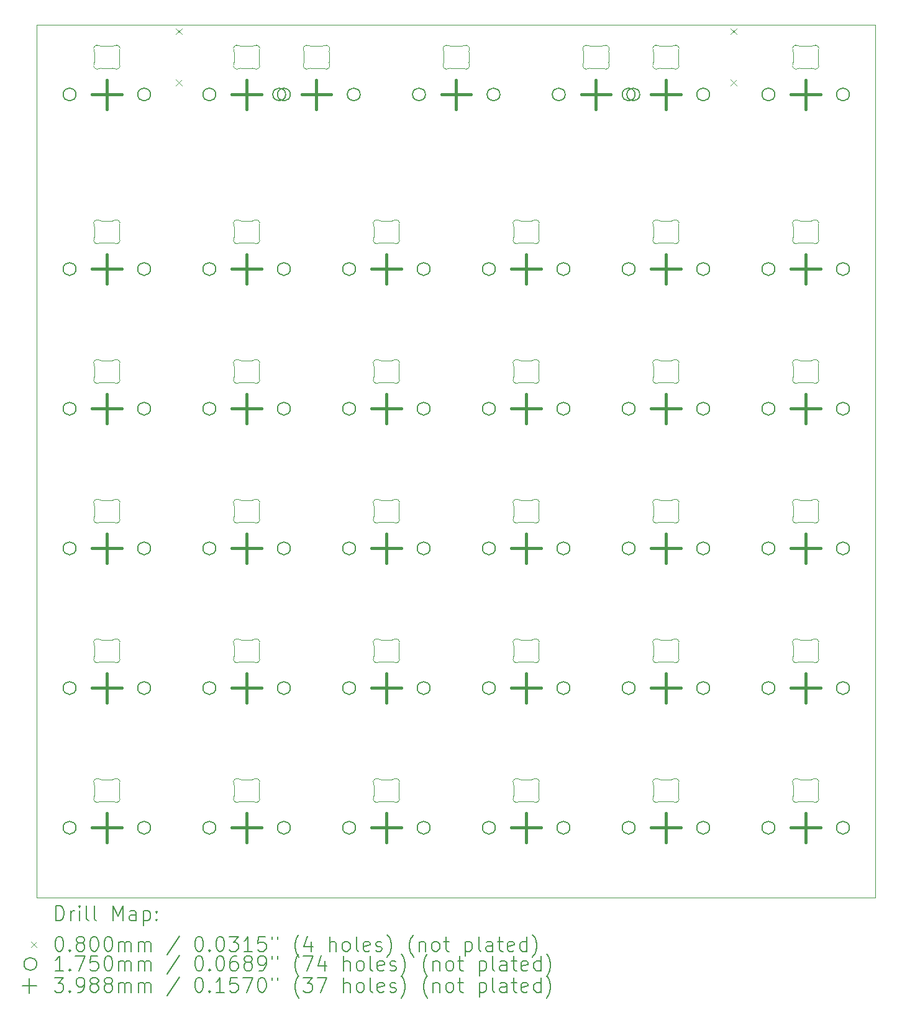
<source format=gbr>
%TF.GenerationSoftware,KiCad,Pcbnew,8.0.5*%
%TF.CreationDate,2024-10-08T22:30:31+02:00*%
%TF.ProjectId,tekskey-v3-rounded,74656b73-6b65-4792-9d76-332d726f756e,rev?*%
%TF.SameCoordinates,Original*%
%TF.FileFunction,Drillmap*%
%TF.FilePolarity,Positive*%
%FSLAX45Y45*%
G04 Gerber Fmt 4.5, Leading zero omitted, Abs format (unit mm)*
G04 Created by KiCad (PCBNEW 8.0.5) date 2024-10-08 22:30:31*
%MOMM*%
%LPD*%
G01*
G04 APERTURE LIST*
%ADD10C,0.050000*%
%ADD11C,0.100000*%
%ADD12C,0.200000*%
%ADD13C,0.175000*%
%ADD14C,0.398780*%
G04 APERTURE END LIST*
D10*
X2857500Y-2381250D02*
X14287500Y-2381250D01*
X14287500Y-14287500D01*
X2857500Y-14287500D01*
X2857500Y-2381250D01*
D11*
X11604948Y-11013972D02*
G75*
G02*
X11599998Y-10992284I45012J21682D01*
G01*
X11604948Y-11013972D02*
G75*
G02*
X11534671Y-11078830I-45051J-21688D01*
G01*
X11600000Y-10851716D02*
G75*
G02*
X11604949Y-10830028I49990J2D01*
G01*
X11534671Y-10765170D02*
G75*
G02*
X11604948Y-10830028I25226J-43170D01*
G01*
X11534671Y-10765170D02*
G75*
G02*
X11509445Y-10772000I-25226J43171D01*
G01*
X11509445Y-11072000D02*
G75*
G02*
X11534671Y-11078830I0J-50001D01*
G01*
X11350555Y-10772000D02*
G75*
G02*
X11325329Y-10765170I0J50001D01*
G01*
X11325329Y-11078830D02*
G75*
G02*
X11350555Y-11072000I25226J-43171D01*
G01*
X11325329Y-11078830D02*
G75*
G02*
X11255052Y-11013972I-25226J43170D01*
G01*
X11260000Y-10992284D02*
G75*
G02*
X11255052Y-11013972I-49999J0D01*
G01*
X11255052Y-10830028D02*
G75*
G02*
X11325329Y-10765170I45052J21688D01*
G01*
X11255052Y-10830028D02*
G75*
G02*
X11260000Y-10851716I-45051J-21688D01*
G01*
X11600000Y-10992284D02*
X11600000Y-10851716D01*
X11509445Y-10772000D02*
X11350555Y-10772000D01*
X11350555Y-11072000D02*
X11509445Y-11072000D01*
X11260000Y-10851716D02*
X11260000Y-10992284D01*
X13509948Y-9108972D02*
G75*
G02*
X13504999Y-9087284I45102J21702D01*
G01*
X13509948Y-9108972D02*
G75*
G02*
X13439671Y-9173830I-45051J-21688D01*
G01*
X13505000Y-8946716D02*
G75*
G02*
X13509948Y-8925028I49980J6D01*
G01*
X13439671Y-8860170D02*
G75*
G02*
X13509948Y-8925028I25226J-43170D01*
G01*
X13439671Y-8860170D02*
G75*
G02*
X13414445Y-8867000I-25226J43171D01*
G01*
X13414445Y-9167000D02*
G75*
G02*
X13439671Y-9173830I0J-50001D01*
G01*
X13255555Y-8867000D02*
G75*
G02*
X13230329Y-8860170I0J50001D01*
G01*
X13230329Y-9173830D02*
G75*
G02*
X13255555Y-9167000I25226J-43171D01*
G01*
X13230329Y-9173830D02*
G75*
G02*
X13160051Y-9108972I-25226J43170D01*
G01*
X13165000Y-9087284D02*
G75*
G02*
X13160052Y-9108972I-49999J0D01*
G01*
X13160052Y-8925028D02*
G75*
G02*
X13230329Y-8860170I45051J21688D01*
G01*
X13160052Y-8925028D02*
G75*
G02*
X13165000Y-8946716I-45051J-21688D01*
G01*
X13505000Y-9087284D02*
X13505000Y-8946716D01*
X13414445Y-8867000D02*
X13255555Y-8867000D01*
X13255555Y-9167000D02*
X13414445Y-9167000D01*
X13165000Y-8946716D02*
X13165000Y-9087284D01*
X7794948Y-11013972D02*
G75*
G02*
X7789998Y-10992284I45012J21682D01*
G01*
X7794948Y-11013972D02*
G75*
G02*
X7724671Y-11078830I-45051J-21688D01*
G01*
X7790000Y-10851716D02*
G75*
G02*
X7794949Y-10830028I49990J2D01*
G01*
X7724671Y-10765170D02*
G75*
G02*
X7794948Y-10830028I25226J-43170D01*
G01*
X7724671Y-10765170D02*
G75*
G02*
X7699445Y-10772000I-25226J43171D01*
G01*
X7699445Y-11072000D02*
G75*
G02*
X7724671Y-11078830I0J-50001D01*
G01*
X7540555Y-10772000D02*
G75*
G02*
X7515329Y-10765170I0J50001D01*
G01*
X7515329Y-11078830D02*
G75*
G02*
X7540555Y-11072000I25226J-43171D01*
G01*
X7515329Y-11078830D02*
G75*
G02*
X7445052Y-11013972I-25226J43170D01*
G01*
X7450000Y-10992284D02*
G75*
G02*
X7445052Y-11013972I-49999J0D01*
G01*
X7445052Y-10830028D02*
G75*
G02*
X7515329Y-10765170I45052J21688D01*
G01*
X7445052Y-10830028D02*
G75*
G02*
X7450000Y-10851716I-45051J-21688D01*
G01*
X7790000Y-10992284D02*
X7790000Y-10851716D01*
X7699445Y-10772000D02*
X7540555Y-10772000D01*
X7540555Y-11072000D02*
X7699445Y-11072000D01*
X7450000Y-10851716D02*
X7450000Y-10992284D01*
X11604948Y-2917722D02*
G75*
G02*
X11599998Y-2896034I45012J21682D01*
G01*
X11604948Y-2917722D02*
G75*
G02*
X11534671Y-2982580I-45051J-21688D01*
G01*
X11600000Y-2755466D02*
G75*
G02*
X11604949Y-2733778I49990J2D01*
G01*
X11534671Y-2668920D02*
G75*
G02*
X11604948Y-2733778I25226J-43170D01*
G01*
X11534671Y-2668920D02*
G75*
G02*
X11509445Y-2675750I-25226J43171D01*
G01*
X11509445Y-2975750D02*
G75*
G02*
X11534671Y-2982580I0J-50001D01*
G01*
X11350555Y-2675750D02*
G75*
G02*
X11325329Y-2668920I0J50001D01*
G01*
X11325329Y-2982580D02*
G75*
G02*
X11350555Y-2975750I25226J-43171D01*
G01*
X11325329Y-2982580D02*
G75*
G02*
X11255052Y-2917722I-25226J43170D01*
G01*
X11260000Y-2896034D02*
G75*
G02*
X11255052Y-2917722I-49999J0D01*
G01*
X11255052Y-2733778D02*
G75*
G02*
X11325329Y-2668920I45052J21688D01*
G01*
X11255052Y-2733778D02*
G75*
G02*
X11260000Y-2755466I-45051J-21688D01*
G01*
X11600000Y-2896034D02*
X11600000Y-2755466D01*
X11509445Y-2675750D02*
X11350555Y-2675750D01*
X11350555Y-2975750D02*
X11509445Y-2975750D01*
X11260000Y-2755466D02*
X11260000Y-2896034D01*
X5889948Y-9108972D02*
G75*
G02*
X5884999Y-9087284I45102J21702D01*
G01*
X5889948Y-9108972D02*
G75*
G02*
X5819671Y-9173830I-45051J-21688D01*
G01*
X5885000Y-8946716D02*
G75*
G02*
X5889948Y-8925028I49980J6D01*
G01*
X5819671Y-8860170D02*
G75*
G02*
X5889948Y-8925028I25226J-43170D01*
G01*
X5819671Y-8860170D02*
G75*
G02*
X5794445Y-8867000I-25226J43171D01*
G01*
X5794445Y-9167000D02*
G75*
G02*
X5819671Y-9173830I0J-50001D01*
G01*
X5635555Y-8867000D02*
G75*
G02*
X5610329Y-8860170I0J50001D01*
G01*
X5610329Y-9173830D02*
G75*
G02*
X5635555Y-9167000I25226J-43171D01*
G01*
X5610329Y-9173830D02*
G75*
G02*
X5540052Y-9108972I-25226J43170D01*
G01*
X5545000Y-9087284D02*
G75*
G02*
X5540052Y-9108972I-49999J0D01*
G01*
X5540052Y-8925028D02*
G75*
G02*
X5610329Y-8860170I45051J21688D01*
G01*
X5540052Y-8925028D02*
G75*
G02*
X5545000Y-8946716I-45051J-21688D01*
G01*
X5885000Y-9087284D02*
X5885000Y-8946716D01*
X5794445Y-8867000D02*
X5635555Y-8867000D01*
X5635555Y-9167000D02*
X5794445Y-9167000D01*
X5545000Y-8946716D02*
X5545000Y-9087284D01*
X13509948Y-7203972D02*
G75*
G02*
X13504998Y-7182284I45012J21682D01*
G01*
X13509948Y-7203972D02*
G75*
G02*
X13439671Y-7268830I-45051J-21688D01*
G01*
X13505000Y-7041716D02*
G75*
G02*
X13509949Y-7020028I49990J2D01*
G01*
X13439671Y-6955170D02*
G75*
G02*
X13509948Y-7020028I25226J-43170D01*
G01*
X13439671Y-6955170D02*
G75*
G02*
X13414445Y-6962000I-25226J43171D01*
G01*
X13414445Y-7262000D02*
G75*
G02*
X13439671Y-7268830I0J-50001D01*
G01*
X13255555Y-6962000D02*
G75*
G02*
X13230329Y-6955170I0J50001D01*
G01*
X13230329Y-7268830D02*
G75*
G02*
X13255555Y-7262000I25226J-43171D01*
G01*
X13230329Y-7268830D02*
G75*
G02*
X13160052Y-7203972I-25226J43170D01*
G01*
X13165000Y-7182284D02*
G75*
G02*
X13160052Y-7203972I-49999J0D01*
G01*
X13160052Y-7020028D02*
G75*
G02*
X13230329Y-6955170I45052J21688D01*
G01*
X13160052Y-7020028D02*
G75*
G02*
X13165000Y-7041716I-45051J-21688D01*
G01*
X13505000Y-7182284D02*
X13505000Y-7041716D01*
X13414445Y-6962000D02*
X13255555Y-6962000D01*
X13255555Y-7262000D02*
X13414445Y-7262000D01*
X13165000Y-7041716D02*
X13165000Y-7182284D01*
X5889948Y-2917722D02*
G75*
G02*
X5884998Y-2896034I45012J21682D01*
G01*
X5889948Y-2917722D02*
G75*
G02*
X5819671Y-2982580I-45051J-21688D01*
G01*
X5885000Y-2755466D02*
G75*
G02*
X5889949Y-2733778I49990J2D01*
G01*
X5819671Y-2668920D02*
G75*
G02*
X5889948Y-2733778I25226J-43170D01*
G01*
X5819671Y-2668920D02*
G75*
G02*
X5794445Y-2675750I-25226J43171D01*
G01*
X5794445Y-2975750D02*
G75*
G02*
X5819671Y-2982580I0J-50001D01*
G01*
X5635555Y-2675750D02*
G75*
G02*
X5610329Y-2668920I0J50001D01*
G01*
X5610329Y-2982580D02*
G75*
G02*
X5635555Y-2975750I25226J-43171D01*
G01*
X5610329Y-2982580D02*
G75*
G02*
X5540052Y-2917722I-25226J43170D01*
G01*
X5545000Y-2896034D02*
G75*
G02*
X5540052Y-2917722I-49999J0D01*
G01*
X5540052Y-2733778D02*
G75*
G02*
X5610329Y-2668920I45052J21688D01*
G01*
X5540052Y-2733778D02*
G75*
G02*
X5545000Y-2755466I-45051J-21688D01*
G01*
X5885000Y-2896034D02*
X5885000Y-2755466D01*
X5794445Y-2675750D02*
X5635555Y-2675750D01*
X5635555Y-2975750D02*
X5794445Y-2975750D01*
X5545000Y-2755466D02*
X5545000Y-2896034D01*
X7794948Y-7203972D02*
G75*
G02*
X7789998Y-7182284I45012J21682D01*
G01*
X7794948Y-7203972D02*
G75*
G02*
X7724671Y-7268830I-45051J-21688D01*
G01*
X7790000Y-7041716D02*
G75*
G02*
X7794949Y-7020028I49990J2D01*
G01*
X7724671Y-6955170D02*
G75*
G02*
X7794948Y-7020028I25226J-43170D01*
G01*
X7724671Y-6955170D02*
G75*
G02*
X7699445Y-6962000I-25226J43171D01*
G01*
X7699445Y-7262000D02*
G75*
G02*
X7724671Y-7268830I0J-50001D01*
G01*
X7540555Y-6962000D02*
G75*
G02*
X7515329Y-6955170I0J50001D01*
G01*
X7515329Y-7268830D02*
G75*
G02*
X7540555Y-7262000I25226J-43171D01*
G01*
X7515329Y-7268830D02*
G75*
G02*
X7445052Y-7203972I-25226J43170D01*
G01*
X7450000Y-7182284D02*
G75*
G02*
X7445052Y-7203972I-49999J0D01*
G01*
X7445052Y-7020028D02*
G75*
G02*
X7515329Y-6955170I45052J21688D01*
G01*
X7445052Y-7020028D02*
G75*
G02*
X7450000Y-7041716I-45051J-21688D01*
G01*
X7790000Y-7182284D02*
X7790000Y-7041716D01*
X7699445Y-6962000D02*
X7540555Y-6962000D01*
X7540555Y-7262000D02*
X7699445Y-7262000D01*
X7450000Y-7041716D02*
X7450000Y-7182284D01*
X10652448Y-2917722D02*
G75*
G02*
X10647499Y-2896034I45012J21682D01*
G01*
X10652448Y-2917722D02*
G75*
G02*
X10582171Y-2982580I-45051J-21688D01*
G01*
X10647500Y-2755466D02*
G75*
G02*
X10652449Y-2733778I49990J2D01*
G01*
X10582171Y-2668920D02*
G75*
G02*
X10652448Y-2733778I25226J-43170D01*
G01*
X10582171Y-2668920D02*
G75*
G02*
X10556945Y-2675750I-25226J43171D01*
G01*
X10556945Y-2975750D02*
G75*
G02*
X10582171Y-2982580I0J-50001D01*
G01*
X10398055Y-2675750D02*
G75*
G02*
X10372829Y-2668920I0J50001D01*
G01*
X10372829Y-2982580D02*
G75*
G02*
X10398055Y-2975750I25226J-43171D01*
G01*
X10372829Y-2982580D02*
G75*
G02*
X10302552Y-2917722I-25226J43170D01*
G01*
X10307500Y-2896034D02*
G75*
G02*
X10302552Y-2917722I-49999J0D01*
G01*
X10302552Y-2733778D02*
G75*
G02*
X10372829Y-2668920I45052J21688D01*
G01*
X10302552Y-2733778D02*
G75*
G02*
X10307500Y-2755466I-45051J-21688D01*
G01*
X10647500Y-2896034D02*
X10647500Y-2755466D01*
X10556945Y-2675750D02*
X10398055Y-2675750D01*
X10398055Y-2975750D02*
X10556945Y-2975750D01*
X10307500Y-2755466D02*
X10307500Y-2896034D01*
X5889948Y-7203972D02*
G75*
G02*
X5884998Y-7182284I45012J21682D01*
G01*
X5889948Y-7203972D02*
G75*
G02*
X5819671Y-7268830I-45051J-21688D01*
G01*
X5885000Y-7041716D02*
G75*
G02*
X5889949Y-7020028I49990J2D01*
G01*
X5819671Y-6955170D02*
G75*
G02*
X5889948Y-7020028I25226J-43170D01*
G01*
X5819671Y-6955170D02*
G75*
G02*
X5794445Y-6962000I-25226J43171D01*
G01*
X5794445Y-7262000D02*
G75*
G02*
X5819671Y-7268830I0J-50001D01*
G01*
X5635555Y-6962000D02*
G75*
G02*
X5610329Y-6955170I0J50001D01*
G01*
X5610329Y-7268830D02*
G75*
G02*
X5635555Y-7262000I25226J-43171D01*
G01*
X5610329Y-7268830D02*
G75*
G02*
X5540052Y-7203972I-25226J43170D01*
G01*
X5545000Y-7182284D02*
G75*
G02*
X5540052Y-7203972I-49999J0D01*
G01*
X5540052Y-7020028D02*
G75*
G02*
X5610329Y-6955170I45052J21688D01*
G01*
X5540052Y-7020028D02*
G75*
G02*
X5545000Y-7041716I-45051J-21688D01*
G01*
X5885000Y-7182284D02*
X5885000Y-7041716D01*
X5794445Y-6962000D02*
X5635555Y-6962000D01*
X5635555Y-7262000D02*
X5794445Y-7262000D01*
X5545000Y-7041716D02*
X5545000Y-7182284D01*
X3984948Y-5298972D02*
G75*
G02*
X3979999Y-5277284I45102J21702D01*
G01*
X3984948Y-5298972D02*
G75*
G02*
X3914671Y-5363830I-45051J-21688D01*
G01*
X3980000Y-5136716D02*
G75*
G02*
X3984948Y-5115028I49980J6D01*
G01*
X3914671Y-5050170D02*
G75*
G02*
X3984948Y-5115028I25226J-43170D01*
G01*
X3914671Y-5050170D02*
G75*
G02*
X3889445Y-5057000I-25226J43171D01*
G01*
X3889445Y-5357000D02*
G75*
G02*
X3914671Y-5363830I0J-50001D01*
G01*
X3730555Y-5057000D02*
G75*
G02*
X3705329Y-5050170I0J50001D01*
G01*
X3705329Y-5363830D02*
G75*
G02*
X3730555Y-5357000I25226J-43171D01*
G01*
X3705329Y-5363830D02*
G75*
G02*
X3635051Y-5298972I-25226J43170D01*
G01*
X3640000Y-5277284D02*
G75*
G02*
X3635052Y-5298972I-49999J0D01*
G01*
X3635052Y-5115028D02*
G75*
G02*
X3705329Y-5050170I45051J21688D01*
G01*
X3635052Y-5115028D02*
G75*
G02*
X3640000Y-5136716I-45051J-21688D01*
G01*
X3980000Y-5277284D02*
X3980000Y-5136716D01*
X3889445Y-5057000D02*
X3730555Y-5057000D01*
X3730555Y-5357000D02*
X3889445Y-5357000D01*
X3640000Y-5136716D02*
X3640000Y-5277284D01*
X5889948Y-11013972D02*
G75*
G02*
X5884998Y-10992284I45012J21682D01*
G01*
X5889948Y-11013972D02*
G75*
G02*
X5819671Y-11078830I-45051J-21688D01*
G01*
X5885000Y-10851716D02*
G75*
G02*
X5889949Y-10830028I49990J2D01*
G01*
X5819671Y-10765170D02*
G75*
G02*
X5889948Y-10830028I25226J-43170D01*
G01*
X5819671Y-10765170D02*
G75*
G02*
X5794445Y-10772000I-25226J43171D01*
G01*
X5794445Y-11072000D02*
G75*
G02*
X5819671Y-11078830I0J-50001D01*
G01*
X5635555Y-10772000D02*
G75*
G02*
X5610329Y-10765170I0J50001D01*
G01*
X5610329Y-11078830D02*
G75*
G02*
X5635555Y-11072000I25226J-43171D01*
G01*
X5610329Y-11078830D02*
G75*
G02*
X5540052Y-11013972I-25226J43170D01*
G01*
X5545000Y-10992284D02*
G75*
G02*
X5540052Y-11013972I-49999J0D01*
G01*
X5540052Y-10830028D02*
G75*
G02*
X5610329Y-10765170I45052J21688D01*
G01*
X5540052Y-10830028D02*
G75*
G02*
X5545000Y-10851716I-45051J-21688D01*
G01*
X5885000Y-10992284D02*
X5885000Y-10851716D01*
X5794445Y-10772000D02*
X5635555Y-10772000D01*
X5635555Y-11072000D02*
X5794445Y-11072000D01*
X5545000Y-10851716D02*
X5545000Y-10992284D01*
X3984948Y-9108972D02*
G75*
G02*
X3979999Y-9087284I45102J21702D01*
G01*
X3984948Y-9108972D02*
G75*
G02*
X3914671Y-9173830I-45051J-21688D01*
G01*
X3980000Y-8946716D02*
G75*
G02*
X3984948Y-8925028I49980J6D01*
G01*
X3914671Y-8860170D02*
G75*
G02*
X3984948Y-8925028I25226J-43170D01*
G01*
X3914671Y-8860170D02*
G75*
G02*
X3889445Y-8867000I-25226J43171D01*
G01*
X3889445Y-9167000D02*
G75*
G02*
X3914671Y-9173830I0J-50001D01*
G01*
X3730555Y-8867000D02*
G75*
G02*
X3705329Y-8860170I0J50001D01*
G01*
X3705329Y-9173830D02*
G75*
G02*
X3730555Y-9167000I25226J-43171D01*
G01*
X3705329Y-9173830D02*
G75*
G02*
X3635051Y-9108972I-25226J43170D01*
G01*
X3640000Y-9087284D02*
G75*
G02*
X3635052Y-9108972I-49999J0D01*
G01*
X3635052Y-8925028D02*
G75*
G02*
X3705329Y-8860170I45051J21688D01*
G01*
X3635052Y-8925028D02*
G75*
G02*
X3640000Y-8946716I-45051J-21688D01*
G01*
X3980000Y-9087284D02*
X3980000Y-8946716D01*
X3889445Y-8867000D02*
X3730555Y-8867000D01*
X3730555Y-9167000D02*
X3889445Y-9167000D01*
X3640000Y-8946716D02*
X3640000Y-9087284D01*
X9699948Y-12918972D02*
G75*
G02*
X9694999Y-12897284I45102J21702D01*
G01*
X9699948Y-12918972D02*
G75*
G02*
X9629671Y-12983830I-45051J-21688D01*
G01*
X9695000Y-12756716D02*
G75*
G02*
X9699948Y-12735028I49980J6D01*
G01*
X9629671Y-12670170D02*
G75*
G02*
X9699948Y-12735028I25226J-43170D01*
G01*
X9629671Y-12670170D02*
G75*
G02*
X9604445Y-12677000I-25226J43171D01*
G01*
X9604445Y-12977000D02*
G75*
G02*
X9629671Y-12983830I0J-50001D01*
G01*
X9445555Y-12677000D02*
G75*
G02*
X9420329Y-12670170I0J50001D01*
G01*
X9420329Y-12983830D02*
G75*
G02*
X9445555Y-12977000I25226J-43171D01*
G01*
X9420329Y-12983830D02*
G75*
G02*
X9350052Y-12918972I-25226J43170D01*
G01*
X9355000Y-12897284D02*
G75*
G02*
X9350052Y-12918972I-49999J0D01*
G01*
X9350052Y-12735028D02*
G75*
G02*
X9420329Y-12670170I45051J21688D01*
G01*
X9350052Y-12735028D02*
G75*
G02*
X9355000Y-12756716I-45051J-21688D01*
G01*
X9695000Y-12897284D02*
X9695000Y-12756716D01*
X9604445Y-12677000D02*
X9445555Y-12677000D01*
X9445555Y-12977000D02*
X9604445Y-12977000D01*
X9355000Y-12756716D02*
X9355000Y-12897284D01*
X6842448Y-2917722D02*
G75*
G02*
X6837498Y-2896034I45012J21682D01*
G01*
X6842448Y-2917722D02*
G75*
G02*
X6772171Y-2982580I-45051J-21688D01*
G01*
X6837500Y-2755466D02*
G75*
G02*
X6842449Y-2733778I49990J2D01*
G01*
X6772171Y-2668920D02*
G75*
G02*
X6842448Y-2733778I25226J-43170D01*
G01*
X6772171Y-2668920D02*
G75*
G02*
X6746945Y-2675750I-25226J43171D01*
G01*
X6746945Y-2975750D02*
G75*
G02*
X6772171Y-2982580I0J-50001D01*
G01*
X6588055Y-2675750D02*
G75*
G02*
X6562829Y-2668920I0J50001D01*
G01*
X6562829Y-2982580D02*
G75*
G02*
X6588055Y-2975750I25226J-43171D01*
G01*
X6562829Y-2982580D02*
G75*
G02*
X6492552Y-2917722I-25226J43170D01*
G01*
X6497500Y-2896034D02*
G75*
G02*
X6492552Y-2917722I-49999J0D01*
G01*
X6492552Y-2733778D02*
G75*
G02*
X6562829Y-2668920I45052J21688D01*
G01*
X6492552Y-2733778D02*
G75*
G02*
X6497500Y-2755466I-45051J-21688D01*
G01*
X6837500Y-2896034D02*
X6837500Y-2755466D01*
X6746945Y-2675750D02*
X6588055Y-2675750D01*
X6588055Y-2975750D02*
X6746945Y-2975750D01*
X6497500Y-2755466D02*
X6497500Y-2896034D01*
X3984948Y-7203972D02*
G75*
G02*
X3979998Y-7182284I45012J21682D01*
G01*
X3984948Y-7203972D02*
G75*
G02*
X3914671Y-7268830I-45051J-21688D01*
G01*
X3980000Y-7041716D02*
G75*
G02*
X3984949Y-7020028I49990J2D01*
G01*
X3914671Y-6955170D02*
G75*
G02*
X3984948Y-7020028I25226J-43170D01*
G01*
X3914671Y-6955170D02*
G75*
G02*
X3889445Y-6962000I-25226J43171D01*
G01*
X3889445Y-7262000D02*
G75*
G02*
X3914671Y-7268830I0J-50001D01*
G01*
X3730555Y-6962000D02*
G75*
G02*
X3705329Y-6955170I0J50001D01*
G01*
X3705329Y-7268830D02*
G75*
G02*
X3730555Y-7262000I25226J-43171D01*
G01*
X3705329Y-7268830D02*
G75*
G02*
X3635052Y-7203972I-25226J43170D01*
G01*
X3640000Y-7182284D02*
G75*
G02*
X3635052Y-7203972I-49999J0D01*
G01*
X3635052Y-7020028D02*
G75*
G02*
X3705329Y-6955170I45052J21688D01*
G01*
X3635052Y-7020028D02*
G75*
G02*
X3640000Y-7041716I-45051J-21688D01*
G01*
X3980000Y-7182284D02*
X3980000Y-7041716D01*
X3889445Y-6962000D02*
X3730555Y-6962000D01*
X3730555Y-7262000D02*
X3889445Y-7262000D01*
X3640000Y-7041716D02*
X3640000Y-7182284D01*
X13509948Y-12918972D02*
G75*
G02*
X13504999Y-12897284I45102J21702D01*
G01*
X13509948Y-12918972D02*
G75*
G02*
X13439671Y-12983830I-45051J-21688D01*
G01*
X13505000Y-12756716D02*
G75*
G02*
X13509948Y-12735028I49980J6D01*
G01*
X13439671Y-12670170D02*
G75*
G02*
X13509948Y-12735028I25226J-43170D01*
G01*
X13439671Y-12670170D02*
G75*
G02*
X13414445Y-12677000I-25226J43171D01*
G01*
X13414445Y-12977000D02*
G75*
G02*
X13439671Y-12983830I0J-50001D01*
G01*
X13255555Y-12677000D02*
G75*
G02*
X13230329Y-12670170I0J50001D01*
G01*
X13230329Y-12983830D02*
G75*
G02*
X13255555Y-12977000I25226J-43171D01*
G01*
X13230329Y-12983830D02*
G75*
G02*
X13160051Y-12918972I-25226J43170D01*
G01*
X13165000Y-12897284D02*
G75*
G02*
X13160052Y-12918972I-49999J0D01*
G01*
X13160052Y-12735028D02*
G75*
G02*
X13230329Y-12670170I45051J21688D01*
G01*
X13160052Y-12735028D02*
G75*
G02*
X13165000Y-12756716I-45051J-21688D01*
G01*
X13505000Y-12897284D02*
X13505000Y-12756716D01*
X13414445Y-12677000D02*
X13255555Y-12677000D01*
X13255555Y-12977000D02*
X13414445Y-12977000D01*
X13165000Y-12756716D02*
X13165000Y-12897284D01*
X9699948Y-11013972D02*
G75*
G02*
X9694999Y-10992284I45012J21682D01*
G01*
X9699948Y-11013972D02*
G75*
G02*
X9629671Y-11078830I-45051J-21688D01*
G01*
X9695000Y-10851716D02*
G75*
G02*
X9699949Y-10830028I49990J2D01*
G01*
X9629671Y-10765170D02*
G75*
G02*
X9699948Y-10830028I25226J-43170D01*
G01*
X9629671Y-10765170D02*
G75*
G02*
X9604445Y-10772000I-25226J43171D01*
G01*
X9604445Y-11072000D02*
G75*
G02*
X9629671Y-11078830I0J-50001D01*
G01*
X9445555Y-10772000D02*
G75*
G02*
X9420329Y-10765170I0J50001D01*
G01*
X9420329Y-11078830D02*
G75*
G02*
X9445555Y-11072000I25226J-43171D01*
G01*
X9420329Y-11078830D02*
G75*
G02*
X9350052Y-11013972I-25226J43170D01*
G01*
X9355000Y-10992284D02*
G75*
G02*
X9350052Y-11013972I-49999J0D01*
G01*
X9350052Y-10830028D02*
G75*
G02*
X9420329Y-10765170I45052J21688D01*
G01*
X9350052Y-10830028D02*
G75*
G02*
X9355000Y-10851716I-45051J-21688D01*
G01*
X9695000Y-10992284D02*
X9695000Y-10851716D01*
X9604445Y-10772000D02*
X9445555Y-10772000D01*
X9445555Y-11072000D02*
X9604445Y-11072000D01*
X9355000Y-10851716D02*
X9355000Y-10992284D01*
X7794948Y-9108972D02*
G75*
G02*
X7789999Y-9087284I45102J21702D01*
G01*
X7794948Y-9108972D02*
G75*
G02*
X7724671Y-9173830I-45051J-21688D01*
G01*
X7790000Y-8946716D02*
G75*
G02*
X7794948Y-8925028I49980J6D01*
G01*
X7724671Y-8860170D02*
G75*
G02*
X7794948Y-8925028I25226J-43170D01*
G01*
X7724671Y-8860170D02*
G75*
G02*
X7699445Y-8867000I-25226J43171D01*
G01*
X7699445Y-9167000D02*
G75*
G02*
X7724671Y-9173830I0J-50001D01*
G01*
X7540555Y-8867000D02*
G75*
G02*
X7515329Y-8860170I0J50001D01*
G01*
X7515329Y-9173830D02*
G75*
G02*
X7540555Y-9167000I25226J-43171D01*
G01*
X7515329Y-9173830D02*
G75*
G02*
X7445051Y-9108972I-25226J43170D01*
G01*
X7450000Y-9087284D02*
G75*
G02*
X7445052Y-9108972I-49999J0D01*
G01*
X7445052Y-8925028D02*
G75*
G02*
X7515329Y-8860170I45051J21688D01*
G01*
X7445052Y-8925028D02*
G75*
G02*
X7450000Y-8946716I-45051J-21688D01*
G01*
X7790000Y-9087284D02*
X7790000Y-8946716D01*
X7699445Y-8867000D02*
X7540555Y-8867000D01*
X7540555Y-9167000D02*
X7699445Y-9167000D01*
X7450000Y-8946716D02*
X7450000Y-9087284D01*
X9699948Y-9108972D02*
G75*
G02*
X9694999Y-9087284I45102J21702D01*
G01*
X9699948Y-9108972D02*
G75*
G02*
X9629671Y-9173830I-45051J-21688D01*
G01*
X9695000Y-8946716D02*
G75*
G02*
X9699948Y-8925028I49980J6D01*
G01*
X9629671Y-8860170D02*
G75*
G02*
X9699948Y-8925028I25226J-43170D01*
G01*
X9629671Y-8860170D02*
G75*
G02*
X9604445Y-8867000I-25226J43171D01*
G01*
X9604445Y-9167000D02*
G75*
G02*
X9629671Y-9173830I0J-50001D01*
G01*
X9445555Y-8867000D02*
G75*
G02*
X9420329Y-8860170I0J50001D01*
G01*
X9420329Y-9173830D02*
G75*
G02*
X9445555Y-9167000I25226J-43171D01*
G01*
X9420329Y-9173830D02*
G75*
G02*
X9350052Y-9108972I-25226J43170D01*
G01*
X9355000Y-9087284D02*
G75*
G02*
X9350052Y-9108972I-49999J0D01*
G01*
X9350052Y-8925028D02*
G75*
G02*
X9420329Y-8860170I45051J21688D01*
G01*
X9350052Y-8925028D02*
G75*
G02*
X9355000Y-8946716I-45051J-21688D01*
G01*
X9695000Y-9087284D02*
X9695000Y-8946716D01*
X9604445Y-8867000D02*
X9445555Y-8867000D01*
X9445555Y-9167000D02*
X9604445Y-9167000D01*
X9355000Y-8946716D02*
X9355000Y-9087284D01*
X11604948Y-9108972D02*
G75*
G02*
X11599999Y-9087284I45102J21702D01*
G01*
X11604948Y-9108972D02*
G75*
G02*
X11534671Y-9173830I-45051J-21688D01*
G01*
X11600000Y-8946716D02*
G75*
G02*
X11604948Y-8925028I49980J6D01*
G01*
X11534671Y-8860170D02*
G75*
G02*
X11604948Y-8925028I25226J-43170D01*
G01*
X11534671Y-8860170D02*
G75*
G02*
X11509445Y-8867000I-25226J43171D01*
G01*
X11509445Y-9167000D02*
G75*
G02*
X11534671Y-9173830I0J-50001D01*
G01*
X11350555Y-8867000D02*
G75*
G02*
X11325329Y-8860170I0J50001D01*
G01*
X11325329Y-9173830D02*
G75*
G02*
X11350555Y-9167000I25226J-43171D01*
G01*
X11325329Y-9173830D02*
G75*
G02*
X11255051Y-9108972I-25226J43170D01*
G01*
X11260000Y-9087284D02*
G75*
G02*
X11255052Y-9108972I-49999J0D01*
G01*
X11255052Y-8925028D02*
G75*
G02*
X11325329Y-8860170I45051J21688D01*
G01*
X11255052Y-8925028D02*
G75*
G02*
X11260000Y-8946716I-45051J-21688D01*
G01*
X11600000Y-9087284D02*
X11600000Y-8946716D01*
X11509445Y-8867000D02*
X11350555Y-8867000D01*
X11350555Y-9167000D02*
X11509445Y-9167000D01*
X11260000Y-8946716D02*
X11260000Y-9087284D01*
X5889948Y-5298972D02*
G75*
G02*
X5884999Y-5277284I45102J21702D01*
G01*
X5889948Y-5298972D02*
G75*
G02*
X5819671Y-5363830I-45051J-21688D01*
G01*
X5885000Y-5136716D02*
G75*
G02*
X5889948Y-5115028I49980J6D01*
G01*
X5819671Y-5050170D02*
G75*
G02*
X5889948Y-5115028I25226J-43170D01*
G01*
X5819671Y-5050170D02*
G75*
G02*
X5794445Y-5057000I-25226J43171D01*
G01*
X5794445Y-5357000D02*
G75*
G02*
X5819671Y-5363830I0J-50001D01*
G01*
X5635555Y-5057000D02*
G75*
G02*
X5610329Y-5050170I0J50001D01*
G01*
X5610329Y-5363830D02*
G75*
G02*
X5635555Y-5357000I25226J-43171D01*
G01*
X5610329Y-5363830D02*
G75*
G02*
X5540052Y-5298972I-25226J43170D01*
G01*
X5545000Y-5277284D02*
G75*
G02*
X5540052Y-5298972I-49999J0D01*
G01*
X5540052Y-5115028D02*
G75*
G02*
X5610329Y-5050170I45051J21688D01*
G01*
X5540052Y-5115028D02*
G75*
G02*
X5545000Y-5136716I-45051J-21688D01*
G01*
X5885000Y-5277284D02*
X5885000Y-5136716D01*
X5794445Y-5057000D02*
X5635555Y-5057000D01*
X5635555Y-5357000D02*
X5794445Y-5357000D01*
X5545000Y-5136716D02*
X5545000Y-5277284D01*
X7794948Y-12918972D02*
G75*
G02*
X7789999Y-12897284I45102J21702D01*
G01*
X7794948Y-12918972D02*
G75*
G02*
X7724671Y-12983830I-45051J-21688D01*
G01*
X7790000Y-12756716D02*
G75*
G02*
X7794948Y-12735028I49980J6D01*
G01*
X7724671Y-12670170D02*
G75*
G02*
X7794948Y-12735028I25226J-43170D01*
G01*
X7724671Y-12670170D02*
G75*
G02*
X7699445Y-12677000I-25226J43171D01*
G01*
X7699445Y-12977000D02*
G75*
G02*
X7724671Y-12983830I0J-50001D01*
G01*
X7540555Y-12677000D02*
G75*
G02*
X7515329Y-12670170I0J50001D01*
G01*
X7515329Y-12983830D02*
G75*
G02*
X7540555Y-12977000I25226J-43171D01*
G01*
X7515329Y-12983830D02*
G75*
G02*
X7445051Y-12918972I-25226J43170D01*
G01*
X7450000Y-12897284D02*
G75*
G02*
X7445052Y-12918972I-49999J0D01*
G01*
X7445052Y-12735028D02*
G75*
G02*
X7515329Y-12670170I45051J21688D01*
G01*
X7445052Y-12735028D02*
G75*
G02*
X7450000Y-12756716I-45051J-21688D01*
G01*
X7790000Y-12897284D02*
X7790000Y-12756716D01*
X7699445Y-12677000D02*
X7540555Y-12677000D01*
X7540555Y-12977000D02*
X7699445Y-12977000D01*
X7450000Y-12756716D02*
X7450000Y-12897284D01*
X9699948Y-5298972D02*
G75*
G02*
X9694999Y-5277284I45102J21702D01*
G01*
X9699948Y-5298972D02*
G75*
G02*
X9629671Y-5363830I-45051J-21688D01*
G01*
X9695000Y-5136716D02*
G75*
G02*
X9699948Y-5115028I49980J6D01*
G01*
X9629671Y-5050170D02*
G75*
G02*
X9699948Y-5115028I25226J-43170D01*
G01*
X9629671Y-5050170D02*
G75*
G02*
X9604445Y-5057000I-25226J43171D01*
G01*
X9604445Y-5357000D02*
G75*
G02*
X9629671Y-5363830I0J-50001D01*
G01*
X9445555Y-5057000D02*
G75*
G02*
X9420329Y-5050170I0J50001D01*
G01*
X9420329Y-5363830D02*
G75*
G02*
X9445555Y-5357000I25226J-43171D01*
G01*
X9420329Y-5363830D02*
G75*
G02*
X9350052Y-5298972I-25226J43170D01*
G01*
X9355000Y-5277284D02*
G75*
G02*
X9350052Y-5298972I-49999J0D01*
G01*
X9350052Y-5115028D02*
G75*
G02*
X9420329Y-5050170I45051J21688D01*
G01*
X9350052Y-5115028D02*
G75*
G02*
X9355000Y-5136716I-45051J-21688D01*
G01*
X9695000Y-5277284D02*
X9695000Y-5136716D01*
X9604445Y-5057000D02*
X9445555Y-5057000D01*
X9445555Y-5357000D02*
X9604445Y-5357000D01*
X9355000Y-5136716D02*
X9355000Y-5277284D01*
X13509948Y-11013972D02*
G75*
G02*
X13504998Y-10992284I45012J21682D01*
G01*
X13509948Y-11013972D02*
G75*
G02*
X13439671Y-11078830I-45051J-21688D01*
G01*
X13505000Y-10851716D02*
G75*
G02*
X13509949Y-10830028I49990J2D01*
G01*
X13439671Y-10765170D02*
G75*
G02*
X13509948Y-10830028I25226J-43170D01*
G01*
X13439671Y-10765170D02*
G75*
G02*
X13414445Y-10772000I-25226J43171D01*
G01*
X13414445Y-11072000D02*
G75*
G02*
X13439671Y-11078830I0J-50001D01*
G01*
X13255555Y-10772000D02*
G75*
G02*
X13230329Y-10765170I0J50001D01*
G01*
X13230329Y-11078830D02*
G75*
G02*
X13255555Y-11072000I25226J-43171D01*
G01*
X13230329Y-11078830D02*
G75*
G02*
X13160052Y-11013972I-25226J43170D01*
G01*
X13165000Y-10992284D02*
G75*
G02*
X13160052Y-11013972I-49999J0D01*
G01*
X13160052Y-10830028D02*
G75*
G02*
X13230329Y-10765170I45052J21688D01*
G01*
X13160052Y-10830028D02*
G75*
G02*
X13165000Y-10851716I-45051J-21688D01*
G01*
X13505000Y-10992284D02*
X13505000Y-10851716D01*
X13414445Y-10772000D02*
X13255555Y-10772000D01*
X13255555Y-11072000D02*
X13414445Y-11072000D01*
X13165000Y-10851716D02*
X13165000Y-10992284D01*
X11604948Y-7203972D02*
G75*
G02*
X11599998Y-7182284I45012J21682D01*
G01*
X11604948Y-7203972D02*
G75*
G02*
X11534671Y-7268830I-45051J-21688D01*
G01*
X11600000Y-7041716D02*
G75*
G02*
X11604949Y-7020028I49990J2D01*
G01*
X11534671Y-6955170D02*
G75*
G02*
X11604948Y-7020028I25226J-43170D01*
G01*
X11534671Y-6955170D02*
G75*
G02*
X11509445Y-6962000I-25226J43171D01*
G01*
X11509445Y-7262000D02*
G75*
G02*
X11534671Y-7268830I0J-50001D01*
G01*
X11350555Y-6962000D02*
G75*
G02*
X11325329Y-6955170I0J50001D01*
G01*
X11325329Y-7268830D02*
G75*
G02*
X11350555Y-7262000I25226J-43171D01*
G01*
X11325329Y-7268830D02*
G75*
G02*
X11255052Y-7203972I-25226J43170D01*
G01*
X11260000Y-7182284D02*
G75*
G02*
X11255052Y-7203972I-49999J0D01*
G01*
X11255052Y-7020028D02*
G75*
G02*
X11325329Y-6955170I45052J21688D01*
G01*
X11255052Y-7020028D02*
G75*
G02*
X11260000Y-7041716I-45051J-21688D01*
G01*
X11600000Y-7182284D02*
X11600000Y-7041716D01*
X11509445Y-6962000D02*
X11350555Y-6962000D01*
X11350555Y-7262000D02*
X11509445Y-7262000D01*
X11260000Y-7041716D02*
X11260000Y-7182284D01*
X13509948Y-2917722D02*
G75*
G02*
X13504998Y-2896034I45012J21682D01*
G01*
X13509948Y-2917722D02*
G75*
G02*
X13439671Y-2982580I-45051J-21688D01*
G01*
X13505000Y-2755466D02*
G75*
G02*
X13509949Y-2733778I49990J2D01*
G01*
X13439671Y-2668920D02*
G75*
G02*
X13509948Y-2733778I25226J-43170D01*
G01*
X13439671Y-2668920D02*
G75*
G02*
X13414445Y-2675750I-25226J43171D01*
G01*
X13414445Y-2975750D02*
G75*
G02*
X13439671Y-2982580I0J-50001D01*
G01*
X13255555Y-2675750D02*
G75*
G02*
X13230329Y-2668920I0J50001D01*
G01*
X13230329Y-2982580D02*
G75*
G02*
X13255555Y-2975750I25226J-43171D01*
G01*
X13230329Y-2982580D02*
G75*
G02*
X13160052Y-2917722I-25226J43170D01*
G01*
X13165000Y-2896034D02*
G75*
G02*
X13160052Y-2917722I-49999J0D01*
G01*
X13160052Y-2733778D02*
G75*
G02*
X13230329Y-2668920I45052J21688D01*
G01*
X13160052Y-2733778D02*
G75*
G02*
X13165000Y-2755466I-45051J-21688D01*
G01*
X13505000Y-2896034D02*
X13505000Y-2755466D01*
X13414445Y-2675750D02*
X13255555Y-2675750D01*
X13255555Y-2975750D02*
X13414445Y-2975750D01*
X13165000Y-2755466D02*
X13165000Y-2896034D01*
X9699948Y-7203972D02*
G75*
G02*
X9694999Y-7182284I45012J21682D01*
G01*
X9699948Y-7203972D02*
G75*
G02*
X9629671Y-7268830I-45051J-21688D01*
G01*
X9695000Y-7041716D02*
G75*
G02*
X9699949Y-7020028I49990J2D01*
G01*
X9629671Y-6955170D02*
G75*
G02*
X9699948Y-7020028I25226J-43170D01*
G01*
X9629671Y-6955170D02*
G75*
G02*
X9604445Y-6962000I-25226J43171D01*
G01*
X9604445Y-7262000D02*
G75*
G02*
X9629671Y-7268830I0J-50001D01*
G01*
X9445555Y-6962000D02*
G75*
G02*
X9420329Y-6955170I0J50001D01*
G01*
X9420329Y-7268830D02*
G75*
G02*
X9445555Y-7262000I25226J-43171D01*
G01*
X9420329Y-7268830D02*
G75*
G02*
X9350052Y-7203972I-25226J43170D01*
G01*
X9355000Y-7182284D02*
G75*
G02*
X9350052Y-7203972I-49999J0D01*
G01*
X9350052Y-7020028D02*
G75*
G02*
X9420329Y-6955170I45052J21688D01*
G01*
X9350052Y-7020028D02*
G75*
G02*
X9355000Y-7041716I-45051J-21688D01*
G01*
X9695000Y-7182284D02*
X9695000Y-7041716D01*
X9604445Y-6962000D02*
X9445555Y-6962000D01*
X9445555Y-7262000D02*
X9604445Y-7262000D01*
X9355000Y-7041716D02*
X9355000Y-7182284D01*
X3984948Y-12918972D02*
G75*
G02*
X3979999Y-12897284I45102J21702D01*
G01*
X3984948Y-12918972D02*
G75*
G02*
X3914671Y-12983830I-45051J-21688D01*
G01*
X3980000Y-12756716D02*
G75*
G02*
X3984948Y-12735028I49980J6D01*
G01*
X3914671Y-12670170D02*
G75*
G02*
X3984948Y-12735028I25226J-43170D01*
G01*
X3914671Y-12670170D02*
G75*
G02*
X3889445Y-12677000I-25226J43171D01*
G01*
X3889445Y-12977000D02*
G75*
G02*
X3914671Y-12983830I0J-50001D01*
G01*
X3730555Y-12677000D02*
G75*
G02*
X3705329Y-12670170I0J50001D01*
G01*
X3705329Y-12983830D02*
G75*
G02*
X3730555Y-12977000I25226J-43171D01*
G01*
X3705329Y-12983830D02*
G75*
G02*
X3635051Y-12918972I-25226J43170D01*
G01*
X3640000Y-12897284D02*
G75*
G02*
X3635052Y-12918972I-49999J0D01*
G01*
X3635052Y-12735028D02*
G75*
G02*
X3705329Y-12670170I45051J21688D01*
G01*
X3635052Y-12735028D02*
G75*
G02*
X3640000Y-12756716I-45051J-21688D01*
G01*
X3980000Y-12897284D02*
X3980000Y-12756716D01*
X3889445Y-12677000D02*
X3730555Y-12677000D01*
X3730555Y-12977000D02*
X3889445Y-12977000D01*
X3640000Y-12756716D02*
X3640000Y-12897284D01*
X3984948Y-2917722D02*
G75*
G02*
X3979998Y-2896034I45012J21682D01*
G01*
X3984948Y-2917722D02*
G75*
G02*
X3914671Y-2982580I-45051J-21688D01*
G01*
X3980000Y-2755466D02*
G75*
G02*
X3984949Y-2733778I49990J2D01*
G01*
X3914671Y-2668920D02*
G75*
G02*
X3984948Y-2733778I25226J-43170D01*
G01*
X3914671Y-2668920D02*
G75*
G02*
X3889445Y-2675750I-25226J43171D01*
G01*
X3889445Y-2975750D02*
G75*
G02*
X3914671Y-2982580I0J-50001D01*
G01*
X3730555Y-2675750D02*
G75*
G02*
X3705329Y-2668920I0J50001D01*
G01*
X3705329Y-2982580D02*
G75*
G02*
X3730555Y-2975750I25226J-43171D01*
G01*
X3705329Y-2982580D02*
G75*
G02*
X3635052Y-2917722I-25226J43170D01*
G01*
X3640000Y-2896034D02*
G75*
G02*
X3635052Y-2917722I-49999J0D01*
G01*
X3635052Y-2733778D02*
G75*
G02*
X3705329Y-2668920I45052J21688D01*
G01*
X3635052Y-2733778D02*
G75*
G02*
X3640000Y-2755466I-45051J-21688D01*
G01*
X3980000Y-2896034D02*
X3980000Y-2755466D01*
X3889445Y-2675750D02*
X3730555Y-2675750D01*
X3730555Y-2975750D02*
X3889445Y-2975750D01*
X3640000Y-2755466D02*
X3640000Y-2896034D01*
X11604948Y-12918972D02*
G75*
G02*
X11599999Y-12897284I45102J21702D01*
G01*
X11604948Y-12918972D02*
G75*
G02*
X11534671Y-12983830I-45051J-21688D01*
G01*
X11600000Y-12756716D02*
G75*
G02*
X11604948Y-12735028I49980J6D01*
G01*
X11534671Y-12670170D02*
G75*
G02*
X11604948Y-12735028I25226J-43170D01*
G01*
X11534671Y-12670170D02*
G75*
G02*
X11509445Y-12677000I-25226J43171D01*
G01*
X11509445Y-12977000D02*
G75*
G02*
X11534671Y-12983830I0J-50001D01*
G01*
X11350555Y-12677000D02*
G75*
G02*
X11325329Y-12670170I0J50001D01*
G01*
X11325329Y-12983830D02*
G75*
G02*
X11350555Y-12977000I25226J-43171D01*
G01*
X11325329Y-12983830D02*
G75*
G02*
X11255051Y-12918972I-25226J43170D01*
G01*
X11260000Y-12897284D02*
G75*
G02*
X11255052Y-12918972I-49999J0D01*
G01*
X11255052Y-12735028D02*
G75*
G02*
X11325329Y-12670170I45051J21688D01*
G01*
X11255052Y-12735028D02*
G75*
G02*
X11260000Y-12756716I-45051J-21688D01*
G01*
X11600000Y-12897284D02*
X11600000Y-12756716D01*
X11509445Y-12677000D02*
X11350555Y-12677000D01*
X11350555Y-12977000D02*
X11509445Y-12977000D01*
X11260000Y-12756716D02*
X11260000Y-12897284D01*
X11604948Y-5298972D02*
G75*
G02*
X11599999Y-5277284I45102J21702D01*
G01*
X11604948Y-5298972D02*
G75*
G02*
X11534671Y-5363830I-45051J-21688D01*
G01*
X11600000Y-5136716D02*
G75*
G02*
X11604948Y-5115028I49980J6D01*
G01*
X11534671Y-5050170D02*
G75*
G02*
X11604948Y-5115028I25226J-43170D01*
G01*
X11534671Y-5050170D02*
G75*
G02*
X11509445Y-5057000I-25226J43171D01*
G01*
X11509445Y-5357000D02*
G75*
G02*
X11534671Y-5363830I0J-50001D01*
G01*
X11350555Y-5057000D02*
G75*
G02*
X11325329Y-5050170I0J50001D01*
G01*
X11325329Y-5363830D02*
G75*
G02*
X11350555Y-5357000I25226J-43171D01*
G01*
X11325329Y-5363830D02*
G75*
G02*
X11255051Y-5298972I-25226J43170D01*
G01*
X11260000Y-5277284D02*
G75*
G02*
X11255052Y-5298972I-49999J0D01*
G01*
X11255052Y-5115028D02*
G75*
G02*
X11325329Y-5050170I45051J21688D01*
G01*
X11255052Y-5115028D02*
G75*
G02*
X11260000Y-5136716I-45051J-21688D01*
G01*
X11600000Y-5277284D02*
X11600000Y-5136716D01*
X11509445Y-5057000D02*
X11350555Y-5057000D01*
X11350555Y-5357000D02*
X11509445Y-5357000D01*
X11260000Y-5136716D02*
X11260000Y-5277284D01*
X7794948Y-5298972D02*
G75*
G02*
X7789999Y-5277284I45102J21702D01*
G01*
X7794948Y-5298972D02*
G75*
G02*
X7724671Y-5363830I-45051J-21688D01*
G01*
X7790000Y-5136716D02*
G75*
G02*
X7794948Y-5115028I49980J6D01*
G01*
X7724671Y-5050170D02*
G75*
G02*
X7794948Y-5115028I25226J-43170D01*
G01*
X7724671Y-5050170D02*
G75*
G02*
X7699445Y-5057000I-25226J43171D01*
G01*
X7699445Y-5357000D02*
G75*
G02*
X7724671Y-5363830I0J-50001D01*
G01*
X7540555Y-5057000D02*
G75*
G02*
X7515329Y-5050170I0J50001D01*
G01*
X7515329Y-5363830D02*
G75*
G02*
X7540555Y-5357000I25226J-43171D01*
G01*
X7515329Y-5363830D02*
G75*
G02*
X7445051Y-5298972I-25226J43170D01*
G01*
X7450000Y-5277284D02*
G75*
G02*
X7445052Y-5298972I-49999J0D01*
G01*
X7445052Y-5115028D02*
G75*
G02*
X7515329Y-5050170I45051J21688D01*
G01*
X7445052Y-5115028D02*
G75*
G02*
X7450000Y-5136716I-45051J-21688D01*
G01*
X7790000Y-5277284D02*
X7790000Y-5136716D01*
X7699445Y-5057000D02*
X7540555Y-5057000D01*
X7540555Y-5357000D02*
X7699445Y-5357000D01*
X7450000Y-5136716D02*
X7450000Y-5277284D01*
X3984948Y-11013972D02*
G75*
G02*
X3979998Y-10992284I45012J21682D01*
G01*
X3984948Y-11013972D02*
G75*
G02*
X3914671Y-11078830I-45051J-21688D01*
G01*
X3980000Y-10851716D02*
G75*
G02*
X3984949Y-10830028I49990J2D01*
G01*
X3914671Y-10765170D02*
G75*
G02*
X3984948Y-10830028I25226J-43170D01*
G01*
X3914671Y-10765170D02*
G75*
G02*
X3889445Y-10772000I-25226J43171D01*
G01*
X3889445Y-11072000D02*
G75*
G02*
X3914671Y-11078830I0J-50001D01*
G01*
X3730555Y-10772000D02*
G75*
G02*
X3705329Y-10765170I0J50001D01*
G01*
X3705329Y-11078830D02*
G75*
G02*
X3730555Y-11072000I25226J-43171D01*
G01*
X3705329Y-11078830D02*
G75*
G02*
X3635052Y-11013972I-25226J43170D01*
G01*
X3640000Y-10992284D02*
G75*
G02*
X3635052Y-11013972I-49999J0D01*
G01*
X3635052Y-10830028D02*
G75*
G02*
X3705329Y-10765170I45052J21688D01*
G01*
X3635052Y-10830028D02*
G75*
G02*
X3640000Y-10851716I-45051J-21688D01*
G01*
X3980000Y-10992284D02*
X3980000Y-10851716D01*
X3889445Y-10772000D02*
X3730555Y-10772000D01*
X3730555Y-11072000D02*
X3889445Y-11072000D01*
X3640000Y-10851716D02*
X3640000Y-10992284D01*
X8747448Y-2917722D02*
G75*
G02*
X8742499Y-2896034I45012J21682D01*
G01*
X8747448Y-2917722D02*
G75*
G02*
X8677171Y-2982580I-45051J-21688D01*
G01*
X8742500Y-2755466D02*
G75*
G02*
X8747449Y-2733778I49990J2D01*
G01*
X8677171Y-2668920D02*
G75*
G02*
X8747448Y-2733778I25226J-43170D01*
G01*
X8677171Y-2668920D02*
G75*
G02*
X8651945Y-2675750I-25226J43171D01*
G01*
X8651945Y-2975750D02*
G75*
G02*
X8677171Y-2982580I0J-50001D01*
G01*
X8493055Y-2675750D02*
G75*
G02*
X8467829Y-2668920I0J50001D01*
G01*
X8467829Y-2982580D02*
G75*
G02*
X8493055Y-2975750I25226J-43171D01*
G01*
X8467829Y-2982580D02*
G75*
G02*
X8397552Y-2917722I-25226J43170D01*
G01*
X8402500Y-2896034D02*
G75*
G02*
X8397552Y-2917722I-49999J0D01*
G01*
X8397552Y-2733778D02*
G75*
G02*
X8467829Y-2668920I45052J21688D01*
G01*
X8397552Y-2733778D02*
G75*
G02*
X8402500Y-2755466I-45051J-21688D01*
G01*
X8742500Y-2896034D02*
X8742500Y-2755466D01*
X8651945Y-2675750D02*
X8493055Y-2675750D01*
X8493055Y-2975750D02*
X8651945Y-2975750D01*
X8402500Y-2755466D02*
X8402500Y-2896034D01*
X5889948Y-12918972D02*
G75*
G02*
X5884999Y-12897284I45102J21702D01*
G01*
X5889948Y-12918972D02*
G75*
G02*
X5819671Y-12983830I-45051J-21688D01*
G01*
X5885000Y-12756716D02*
G75*
G02*
X5889948Y-12735028I49980J6D01*
G01*
X5819671Y-12670170D02*
G75*
G02*
X5889948Y-12735028I25226J-43170D01*
G01*
X5819671Y-12670170D02*
G75*
G02*
X5794445Y-12677000I-25226J43171D01*
G01*
X5794445Y-12977000D02*
G75*
G02*
X5819671Y-12983830I0J-50001D01*
G01*
X5635555Y-12677000D02*
G75*
G02*
X5610329Y-12670170I0J50001D01*
G01*
X5610329Y-12983830D02*
G75*
G02*
X5635555Y-12977000I25226J-43171D01*
G01*
X5610329Y-12983830D02*
G75*
G02*
X5540052Y-12918972I-25226J43170D01*
G01*
X5545000Y-12897284D02*
G75*
G02*
X5540052Y-12918972I-49999J0D01*
G01*
X5540052Y-12735028D02*
G75*
G02*
X5610329Y-12670170I45051J21688D01*
G01*
X5540052Y-12735028D02*
G75*
G02*
X5545000Y-12756716I-45051J-21688D01*
G01*
X5885000Y-12897284D02*
X5885000Y-12756716D01*
X5794445Y-12677000D02*
X5635555Y-12677000D01*
X5635555Y-12977000D02*
X5794445Y-12977000D01*
X5545000Y-12756716D02*
X5545000Y-12897284D01*
X13509948Y-5298972D02*
G75*
G02*
X13504999Y-5277284I45102J21702D01*
G01*
X13509948Y-5298972D02*
G75*
G02*
X13439671Y-5363830I-45051J-21688D01*
G01*
X13505000Y-5136716D02*
G75*
G02*
X13509948Y-5115028I49980J6D01*
G01*
X13439671Y-5050170D02*
G75*
G02*
X13509948Y-5115028I25226J-43170D01*
G01*
X13439671Y-5050170D02*
G75*
G02*
X13414445Y-5057000I-25226J43171D01*
G01*
X13414445Y-5357000D02*
G75*
G02*
X13439671Y-5363830I0J-50001D01*
G01*
X13255555Y-5057000D02*
G75*
G02*
X13230329Y-5050170I0J50001D01*
G01*
X13230329Y-5363830D02*
G75*
G02*
X13255555Y-5357000I25226J-43171D01*
G01*
X13230329Y-5363830D02*
G75*
G02*
X13160051Y-5298972I-25226J43170D01*
G01*
X13165000Y-5277284D02*
G75*
G02*
X13160052Y-5298972I-49999J0D01*
G01*
X13160052Y-5115028D02*
G75*
G02*
X13230329Y-5050170I45051J21688D01*
G01*
X13160052Y-5115028D02*
G75*
G02*
X13165000Y-5136716I-45051J-21688D01*
G01*
X13505000Y-5277284D02*
X13505000Y-5136716D01*
X13414445Y-5057000D02*
X13255555Y-5057000D01*
X13255555Y-5357000D02*
X13414445Y-5357000D01*
X13165000Y-5136716D02*
X13165000Y-5277284D01*
D12*
D11*
X4752264Y-2433749D02*
X4832264Y-2513749D01*
X4832264Y-2433749D02*
X4752264Y-2513749D01*
X4752264Y-3133749D02*
X4832264Y-3213749D01*
X4832264Y-3133749D02*
X4752264Y-3213749D01*
X12312726Y-2433749D02*
X12392726Y-2513749D01*
X12392726Y-2433749D02*
X12312726Y-2513749D01*
X12312726Y-3133749D02*
X12392726Y-3213749D01*
X12392726Y-3133749D02*
X12312726Y-3213749D01*
D13*
X3389500Y-3333750D02*
G75*
G02*
X3214500Y-3333750I-87500J0D01*
G01*
X3214500Y-3333750D02*
G75*
G02*
X3389500Y-3333750I87500J0D01*
G01*
X3389500Y-5715000D02*
G75*
G02*
X3214500Y-5715000I-87500J0D01*
G01*
X3214500Y-5715000D02*
G75*
G02*
X3389500Y-5715000I87500J0D01*
G01*
X3389500Y-7620000D02*
G75*
G02*
X3214500Y-7620000I-87500J0D01*
G01*
X3214500Y-7620000D02*
G75*
G02*
X3389500Y-7620000I87500J0D01*
G01*
X3389500Y-9525000D02*
G75*
G02*
X3214500Y-9525000I-87500J0D01*
G01*
X3214500Y-9525000D02*
G75*
G02*
X3389500Y-9525000I87500J0D01*
G01*
X3389500Y-11430000D02*
G75*
G02*
X3214500Y-11430000I-87500J0D01*
G01*
X3214500Y-11430000D02*
G75*
G02*
X3389500Y-11430000I87500J0D01*
G01*
X3389500Y-13335000D02*
G75*
G02*
X3214500Y-13335000I-87500J0D01*
G01*
X3214500Y-13335000D02*
G75*
G02*
X3389500Y-13335000I87500J0D01*
G01*
X4405500Y-3333750D02*
G75*
G02*
X4230500Y-3333750I-87500J0D01*
G01*
X4230500Y-3333750D02*
G75*
G02*
X4405500Y-3333750I87500J0D01*
G01*
X4405500Y-5715000D02*
G75*
G02*
X4230500Y-5715000I-87500J0D01*
G01*
X4230500Y-5715000D02*
G75*
G02*
X4405500Y-5715000I87500J0D01*
G01*
X4405500Y-7620000D02*
G75*
G02*
X4230500Y-7620000I-87500J0D01*
G01*
X4230500Y-7620000D02*
G75*
G02*
X4405500Y-7620000I87500J0D01*
G01*
X4405500Y-9525000D02*
G75*
G02*
X4230500Y-9525000I-87500J0D01*
G01*
X4230500Y-9525000D02*
G75*
G02*
X4405500Y-9525000I87500J0D01*
G01*
X4405500Y-11430000D02*
G75*
G02*
X4230500Y-11430000I-87500J0D01*
G01*
X4230500Y-11430000D02*
G75*
G02*
X4405500Y-11430000I87500J0D01*
G01*
X4405500Y-13335000D02*
G75*
G02*
X4230500Y-13335000I-87500J0D01*
G01*
X4230500Y-13335000D02*
G75*
G02*
X4405500Y-13335000I87500J0D01*
G01*
X5294500Y-3333750D02*
G75*
G02*
X5119500Y-3333750I-87500J0D01*
G01*
X5119500Y-3333750D02*
G75*
G02*
X5294500Y-3333750I87500J0D01*
G01*
X5294500Y-5715000D02*
G75*
G02*
X5119500Y-5715000I-87500J0D01*
G01*
X5119500Y-5715000D02*
G75*
G02*
X5294500Y-5715000I87500J0D01*
G01*
X5294500Y-7620000D02*
G75*
G02*
X5119500Y-7620000I-87500J0D01*
G01*
X5119500Y-7620000D02*
G75*
G02*
X5294500Y-7620000I87500J0D01*
G01*
X5294500Y-9525000D02*
G75*
G02*
X5119500Y-9525000I-87500J0D01*
G01*
X5119500Y-9525000D02*
G75*
G02*
X5294500Y-9525000I87500J0D01*
G01*
X5294500Y-11430000D02*
G75*
G02*
X5119500Y-11430000I-87500J0D01*
G01*
X5119500Y-11430000D02*
G75*
G02*
X5294500Y-11430000I87500J0D01*
G01*
X5294500Y-13335000D02*
G75*
G02*
X5119500Y-13335000I-87500J0D01*
G01*
X5119500Y-13335000D02*
G75*
G02*
X5294500Y-13335000I87500J0D01*
G01*
X6247000Y-3333750D02*
G75*
G02*
X6072000Y-3333750I-87500J0D01*
G01*
X6072000Y-3333750D02*
G75*
G02*
X6247000Y-3333750I87500J0D01*
G01*
X6310500Y-3333750D02*
G75*
G02*
X6135500Y-3333750I-87500J0D01*
G01*
X6135500Y-3333750D02*
G75*
G02*
X6310500Y-3333750I87500J0D01*
G01*
X6310500Y-5715000D02*
G75*
G02*
X6135500Y-5715000I-87500J0D01*
G01*
X6135500Y-5715000D02*
G75*
G02*
X6310500Y-5715000I87500J0D01*
G01*
X6310500Y-7620000D02*
G75*
G02*
X6135500Y-7620000I-87500J0D01*
G01*
X6135500Y-7620000D02*
G75*
G02*
X6310500Y-7620000I87500J0D01*
G01*
X6310500Y-9525000D02*
G75*
G02*
X6135500Y-9525000I-87500J0D01*
G01*
X6135500Y-9525000D02*
G75*
G02*
X6310500Y-9525000I87500J0D01*
G01*
X6310500Y-11430000D02*
G75*
G02*
X6135500Y-11430000I-87500J0D01*
G01*
X6135500Y-11430000D02*
G75*
G02*
X6310500Y-11430000I87500J0D01*
G01*
X6310500Y-13335000D02*
G75*
G02*
X6135500Y-13335000I-87500J0D01*
G01*
X6135500Y-13335000D02*
G75*
G02*
X6310500Y-13335000I87500J0D01*
G01*
X7199500Y-5715000D02*
G75*
G02*
X7024500Y-5715000I-87500J0D01*
G01*
X7024500Y-5715000D02*
G75*
G02*
X7199500Y-5715000I87500J0D01*
G01*
X7199500Y-7620000D02*
G75*
G02*
X7024500Y-7620000I-87500J0D01*
G01*
X7024500Y-7620000D02*
G75*
G02*
X7199500Y-7620000I87500J0D01*
G01*
X7199500Y-9525000D02*
G75*
G02*
X7024500Y-9525000I-87500J0D01*
G01*
X7024500Y-9525000D02*
G75*
G02*
X7199500Y-9525000I87500J0D01*
G01*
X7199500Y-11430000D02*
G75*
G02*
X7024500Y-11430000I-87500J0D01*
G01*
X7024500Y-11430000D02*
G75*
G02*
X7199500Y-11430000I87500J0D01*
G01*
X7199500Y-13335000D02*
G75*
G02*
X7024500Y-13335000I-87500J0D01*
G01*
X7024500Y-13335000D02*
G75*
G02*
X7199500Y-13335000I87500J0D01*
G01*
X7263000Y-3333750D02*
G75*
G02*
X7088000Y-3333750I-87500J0D01*
G01*
X7088000Y-3333750D02*
G75*
G02*
X7263000Y-3333750I87500J0D01*
G01*
X8152000Y-3333750D02*
G75*
G02*
X7977000Y-3333750I-87500J0D01*
G01*
X7977000Y-3333750D02*
G75*
G02*
X8152000Y-3333750I87500J0D01*
G01*
X8215500Y-5715000D02*
G75*
G02*
X8040500Y-5715000I-87500J0D01*
G01*
X8040500Y-5715000D02*
G75*
G02*
X8215500Y-5715000I87500J0D01*
G01*
X8215500Y-7620000D02*
G75*
G02*
X8040500Y-7620000I-87500J0D01*
G01*
X8040500Y-7620000D02*
G75*
G02*
X8215500Y-7620000I87500J0D01*
G01*
X8215500Y-9525000D02*
G75*
G02*
X8040500Y-9525000I-87500J0D01*
G01*
X8040500Y-9525000D02*
G75*
G02*
X8215500Y-9525000I87500J0D01*
G01*
X8215500Y-11430000D02*
G75*
G02*
X8040500Y-11430000I-87500J0D01*
G01*
X8040500Y-11430000D02*
G75*
G02*
X8215500Y-11430000I87500J0D01*
G01*
X8215500Y-13335000D02*
G75*
G02*
X8040500Y-13335000I-87500J0D01*
G01*
X8040500Y-13335000D02*
G75*
G02*
X8215500Y-13335000I87500J0D01*
G01*
X9104500Y-5715000D02*
G75*
G02*
X8929500Y-5715000I-87500J0D01*
G01*
X8929500Y-5715000D02*
G75*
G02*
X9104500Y-5715000I87500J0D01*
G01*
X9104500Y-7620000D02*
G75*
G02*
X8929500Y-7620000I-87500J0D01*
G01*
X8929500Y-7620000D02*
G75*
G02*
X9104500Y-7620000I87500J0D01*
G01*
X9104500Y-9525000D02*
G75*
G02*
X8929500Y-9525000I-87500J0D01*
G01*
X8929500Y-9525000D02*
G75*
G02*
X9104500Y-9525000I87500J0D01*
G01*
X9104500Y-11430000D02*
G75*
G02*
X8929500Y-11430000I-87500J0D01*
G01*
X8929500Y-11430000D02*
G75*
G02*
X9104500Y-11430000I87500J0D01*
G01*
X9104500Y-13335000D02*
G75*
G02*
X8929500Y-13335000I-87500J0D01*
G01*
X8929500Y-13335000D02*
G75*
G02*
X9104500Y-13335000I87500J0D01*
G01*
X9168000Y-3333750D02*
G75*
G02*
X8993000Y-3333750I-87500J0D01*
G01*
X8993000Y-3333750D02*
G75*
G02*
X9168000Y-3333750I87500J0D01*
G01*
X10057000Y-3333750D02*
G75*
G02*
X9882000Y-3333750I-87500J0D01*
G01*
X9882000Y-3333750D02*
G75*
G02*
X10057000Y-3333750I87500J0D01*
G01*
X10120500Y-5715000D02*
G75*
G02*
X9945500Y-5715000I-87500J0D01*
G01*
X9945500Y-5715000D02*
G75*
G02*
X10120500Y-5715000I87500J0D01*
G01*
X10120500Y-7620000D02*
G75*
G02*
X9945500Y-7620000I-87500J0D01*
G01*
X9945500Y-7620000D02*
G75*
G02*
X10120500Y-7620000I87500J0D01*
G01*
X10120500Y-9525000D02*
G75*
G02*
X9945500Y-9525000I-87500J0D01*
G01*
X9945500Y-9525000D02*
G75*
G02*
X10120500Y-9525000I87500J0D01*
G01*
X10120500Y-11430000D02*
G75*
G02*
X9945500Y-11430000I-87500J0D01*
G01*
X9945500Y-11430000D02*
G75*
G02*
X10120500Y-11430000I87500J0D01*
G01*
X10120500Y-13335000D02*
G75*
G02*
X9945500Y-13335000I-87500J0D01*
G01*
X9945500Y-13335000D02*
G75*
G02*
X10120500Y-13335000I87500J0D01*
G01*
X11009500Y-3333750D02*
G75*
G02*
X10834500Y-3333750I-87500J0D01*
G01*
X10834500Y-3333750D02*
G75*
G02*
X11009500Y-3333750I87500J0D01*
G01*
X11009500Y-5715000D02*
G75*
G02*
X10834500Y-5715000I-87500J0D01*
G01*
X10834500Y-5715000D02*
G75*
G02*
X11009500Y-5715000I87500J0D01*
G01*
X11009500Y-7620000D02*
G75*
G02*
X10834500Y-7620000I-87500J0D01*
G01*
X10834500Y-7620000D02*
G75*
G02*
X11009500Y-7620000I87500J0D01*
G01*
X11009500Y-9525000D02*
G75*
G02*
X10834500Y-9525000I-87500J0D01*
G01*
X10834500Y-9525000D02*
G75*
G02*
X11009500Y-9525000I87500J0D01*
G01*
X11009500Y-11430000D02*
G75*
G02*
X10834500Y-11430000I-87500J0D01*
G01*
X10834500Y-11430000D02*
G75*
G02*
X11009500Y-11430000I87500J0D01*
G01*
X11009500Y-13335000D02*
G75*
G02*
X10834500Y-13335000I-87500J0D01*
G01*
X10834500Y-13335000D02*
G75*
G02*
X11009500Y-13335000I87500J0D01*
G01*
X11073000Y-3333750D02*
G75*
G02*
X10898000Y-3333750I-87500J0D01*
G01*
X10898000Y-3333750D02*
G75*
G02*
X11073000Y-3333750I87500J0D01*
G01*
X12025500Y-3333750D02*
G75*
G02*
X11850500Y-3333750I-87500J0D01*
G01*
X11850500Y-3333750D02*
G75*
G02*
X12025500Y-3333750I87500J0D01*
G01*
X12025500Y-5715000D02*
G75*
G02*
X11850500Y-5715000I-87500J0D01*
G01*
X11850500Y-5715000D02*
G75*
G02*
X12025500Y-5715000I87500J0D01*
G01*
X12025500Y-7620000D02*
G75*
G02*
X11850500Y-7620000I-87500J0D01*
G01*
X11850500Y-7620000D02*
G75*
G02*
X12025500Y-7620000I87500J0D01*
G01*
X12025500Y-9525000D02*
G75*
G02*
X11850500Y-9525000I-87500J0D01*
G01*
X11850500Y-9525000D02*
G75*
G02*
X12025500Y-9525000I87500J0D01*
G01*
X12025500Y-11430000D02*
G75*
G02*
X11850500Y-11430000I-87500J0D01*
G01*
X11850500Y-11430000D02*
G75*
G02*
X12025500Y-11430000I87500J0D01*
G01*
X12025500Y-13335000D02*
G75*
G02*
X11850500Y-13335000I-87500J0D01*
G01*
X11850500Y-13335000D02*
G75*
G02*
X12025500Y-13335000I87500J0D01*
G01*
X12914500Y-3333750D02*
G75*
G02*
X12739500Y-3333750I-87500J0D01*
G01*
X12739500Y-3333750D02*
G75*
G02*
X12914500Y-3333750I87500J0D01*
G01*
X12914500Y-5715000D02*
G75*
G02*
X12739500Y-5715000I-87500J0D01*
G01*
X12739500Y-5715000D02*
G75*
G02*
X12914500Y-5715000I87500J0D01*
G01*
X12914500Y-7620000D02*
G75*
G02*
X12739500Y-7620000I-87500J0D01*
G01*
X12739500Y-7620000D02*
G75*
G02*
X12914500Y-7620000I87500J0D01*
G01*
X12914500Y-9525000D02*
G75*
G02*
X12739500Y-9525000I-87500J0D01*
G01*
X12739500Y-9525000D02*
G75*
G02*
X12914500Y-9525000I87500J0D01*
G01*
X12914500Y-11430000D02*
G75*
G02*
X12739500Y-11430000I-87500J0D01*
G01*
X12739500Y-11430000D02*
G75*
G02*
X12914500Y-11430000I87500J0D01*
G01*
X12914500Y-13335000D02*
G75*
G02*
X12739500Y-13335000I-87500J0D01*
G01*
X12739500Y-13335000D02*
G75*
G02*
X12914500Y-13335000I87500J0D01*
G01*
X13930500Y-3333750D02*
G75*
G02*
X13755500Y-3333750I-87500J0D01*
G01*
X13755500Y-3333750D02*
G75*
G02*
X13930500Y-3333750I87500J0D01*
G01*
X13930500Y-5715000D02*
G75*
G02*
X13755500Y-5715000I-87500J0D01*
G01*
X13755500Y-5715000D02*
G75*
G02*
X13930500Y-5715000I87500J0D01*
G01*
X13930500Y-7620000D02*
G75*
G02*
X13755500Y-7620000I-87500J0D01*
G01*
X13755500Y-7620000D02*
G75*
G02*
X13930500Y-7620000I87500J0D01*
G01*
X13930500Y-9525000D02*
G75*
G02*
X13755500Y-9525000I-87500J0D01*
G01*
X13755500Y-9525000D02*
G75*
G02*
X13930500Y-9525000I87500J0D01*
G01*
X13930500Y-11430000D02*
G75*
G02*
X13755500Y-11430000I-87500J0D01*
G01*
X13755500Y-11430000D02*
G75*
G02*
X13930500Y-11430000I87500J0D01*
G01*
X13930500Y-13335000D02*
G75*
G02*
X13755500Y-13335000I-87500J0D01*
G01*
X13755500Y-13335000D02*
G75*
G02*
X13930500Y-13335000I87500J0D01*
G01*
D14*
X3810000Y-3134360D02*
X3810000Y-3533140D01*
X3610610Y-3333750D02*
X4009390Y-3333750D01*
X3810000Y-5515610D02*
X3810000Y-5914390D01*
X3610610Y-5715000D02*
X4009390Y-5715000D01*
X3810000Y-7420610D02*
X3810000Y-7819390D01*
X3610610Y-7620000D02*
X4009390Y-7620000D01*
X3810000Y-9325610D02*
X3810000Y-9724390D01*
X3610610Y-9525000D02*
X4009390Y-9525000D01*
X3810000Y-11230610D02*
X3810000Y-11629390D01*
X3610610Y-11430000D02*
X4009390Y-11430000D01*
X3810000Y-13135610D02*
X3810000Y-13534390D01*
X3610610Y-13335000D02*
X4009390Y-13335000D01*
X5715000Y-3134360D02*
X5715000Y-3533140D01*
X5515610Y-3333750D02*
X5914390Y-3333750D01*
X5715000Y-5515610D02*
X5715000Y-5914390D01*
X5515610Y-5715000D02*
X5914390Y-5715000D01*
X5715000Y-7420610D02*
X5715000Y-7819390D01*
X5515610Y-7620000D02*
X5914390Y-7620000D01*
X5715000Y-9325610D02*
X5715000Y-9724390D01*
X5515610Y-9525000D02*
X5914390Y-9525000D01*
X5715000Y-11230610D02*
X5715000Y-11629390D01*
X5515610Y-11430000D02*
X5914390Y-11430000D01*
X5715000Y-13135610D02*
X5715000Y-13534390D01*
X5515610Y-13335000D02*
X5914390Y-13335000D01*
X6667500Y-3134360D02*
X6667500Y-3533140D01*
X6468110Y-3333750D02*
X6866890Y-3333750D01*
X7620000Y-5515610D02*
X7620000Y-5914390D01*
X7420610Y-5715000D02*
X7819390Y-5715000D01*
X7620000Y-7420610D02*
X7620000Y-7819390D01*
X7420610Y-7620000D02*
X7819390Y-7620000D01*
X7620000Y-9325610D02*
X7620000Y-9724390D01*
X7420610Y-9525000D02*
X7819390Y-9525000D01*
X7620000Y-11230610D02*
X7620000Y-11629390D01*
X7420610Y-11430000D02*
X7819390Y-11430000D01*
X7620000Y-13135610D02*
X7620000Y-13534390D01*
X7420610Y-13335000D02*
X7819390Y-13335000D01*
X8572500Y-3134360D02*
X8572500Y-3533140D01*
X8373110Y-3333750D02*
X8771890Y-3333750D01*
X9525000Y-5515610D02*
X9525000Y-5914390D01*
X9325610Y-5715000D02*
X9724390Y-5715000D01*
X9525000Y-7420610D02*
X9525000Y-7819390D01*
X9325610Y-7620000D02*
X9724390Y-7620000D01*
X9525000Y-9325610D02*
X9525000Y-9724390D01*
X9325610Y-9525000D02*
X9724390Y-9525000D01*
X9525000Y-11230610D02*
X9525000Y-11629390D01*
X9325610Y-11430000D02*
X9724390Y-11430000D01*
X9525000Y-13135610D02*
X9525000Y-13534390D01*
X9325610Y-13335000D02*
X9724390Y-13335000D01*
X10477500Y-3134360D02*
X10477500Y-3533140D01*
X10278110Y-3333750D02*
X10676890Y-3333750D01*
X11430000Y-3134360D02*
X11430000Y-3533140D01*
X11230610Y-3333750D02*
X11629390Y-3333750D01*
X11430000Y-5515610D02*
X11430000Y-5914390D01*
X11230610Y-5715000D02*
X11629390Y-5715000D01*
X11430000Y-7420610D02*
X11430000Y-7819390D01*
X11230610Y-7620000D02*
X11629390Y-7620000D01*
X11430000Y-9325610D02*
X11430000Y-9724390D01*
X11230610Y-9525000D02*
X11629390Y-9525000D01*
X11430000Y-11230610D02*
X11430000Y-11629390D01*
X11230610Y-11430000D02*
X11629390Y-11430000D01*
X11430000Y-13135610D02*
X11430000Y-13534390D01*
X11230610Y-13335000D02*
X11629390Y-13335000D01*
X13335000Y-3134360D02*
X13335000Y-3533140D01*
X13135610Y-3333750D02*
X13534390Y-3333750D01*
X13335000Y-5515610D02*
X13335000Y-5914390D01*
X13135610Y-5715000D02*
X13534390Y-5715000D01*
X13335000Y-7420610D02*
X13335000Y-7819390D01*
X13135610Y-7620000D02*
X13534390Y-7620000D01*
X13335000Y-9325610D02*
X13335000Y-9724390D01*
X13135610Y-9525000D02*
X13534390Y-9525000D01*
X13335000Y-11230610D02*
X13335000Y-11629390D01*
X13135610Y-11430000D02*
X13534390Y-11430000D01*
X13335000Y-13135610D02*
X13335000Y-13534390D01*
X13135610Y-13335000D02*
X13534390Y-13335000D01*
D12*
X3115777Y-14601484D02*
X3115777Y-14401484D01*
X3115777Y-14401484D02*
X3163396Y-14401484D01*
X3163396Y-14401484D02*
X3191967Y-14411008D01*
X3191967Y-14411008D02*
X3211015Y-14430055D01*
X3211015Y-14430055D02*
X3220539Y-14449103D01*
X3220539Y-14449103D02*
X3230062Y-14487198D01*
X3230062Y-14487198D02*
X3230062Y-14515769D01*
X3230062Y-14515769D02*
X3220539Y-14553865D01*
X3220539Y-14553865D02*
X3211015Y-14572912D01*
X3211015Y-14572912D02*
X3191967Y-14591960D01*
X3191967Y-14591960D02*
X3163396Y-14601484D01*
X3163396Y-14601484D02*
X3115777Y-14601484D01*
X3315777Y-14601484D02*
X3315777Y-14468150D01*
X3315777Y-14506246D02*
X3325301Y-14487198D01*
X3325301Y-14487198D02*
X3334824Y-14477674D01*
X3334824Y-14477674D02*
X3353872Y-14468150D01*
X3353872Y-14468150D02*
X3372920Y-14468150D01*
X3439586Y-14601484D02*
X3439586Y-14468150D01*
X3439586Y-14401484D02*
X3430062Y-14411008D01*
X3430062Y-14411008D02*
X3439586Y-14420531D01*
X3439586Y-14420531D02*
X3449110Y-14411008D01*
X3449110Y-14411008D02*
X3439586Y-14401484D01*
X3439586Y-14401484D02*
X3439586Y-14420531D01*
X3563396Y-14601484D02*
X3544348Y-14591960D01*
X3544348Y-14591960D02*
X3534824Y-14572912D01*
X3534824Y-14572912D02*
X3534824Y-14401484D01*
X3668158Y-14601484D02*
X3649110Y-14591960D01*
X3649110Y-14591960D02*
X3639586Y-14572912D01*
X3639586Y-14572912D02*
X3639586Y-14401484D01*
X3896729Y-14601484D02*
X3896729Y-14401484D01*
X3896729Y-14401484D02*
X3963396Y-14544341D01*
X3963396Y-14544341D02*
X4030062Y-14401484D01*
X4030062Y-14401484D02*
X4030062Y-14601484D01*
X4211015Y-14601484D02*
X4211015Y-14496722D01*
X4211015Y-14496722D02*
X4201491Y-14477674D01*
X4201491Y-14477674D02*
X4182443Y-14468150D01*
X4182443Y-14468150D02*
X4144348Y-14468150D01*
X4144348Y-14468150D02*
X4125301Y-14477674D01*
X4211015Y-14591960D02*
X4191967Y-14601484D01*
X4191967Y-14601484D02*
X4144348Y-14601484D01*
X4144348Y-14601484D02*
X4125301Y-14591960D01*
X4125301Y-14591960D02*
X4115777Y-14572912D01*
X4115777Y-14572912D02*
X4115777Y-14553865D01*
X4115777Y-14553865D02*
X4125301Y-14534817D01*
X4125301Y-14534817D02*
X4144348Y-14525293D01*
X4144348Y-14525293D02*
X4191967Y-14525293D01*
X4191967Y-14525293D02*
X4211015Y-14515769D01*
X4306253Y-14468150D02*
X4306253Y-14668150D01*
X4306253Y-14477674D02*
X4325301Y-14468150D01*
X4325301Y-14468150D02*
X4363396Y-14468150D01*
X4363396Y-14468150D02*
X4382444Y-14477674D01*
X4382444Y-14477674D02*
X4391967Y-14487198D01*
X4391967Y-14487198D02*
X4401491Y-14506246D01*
X4401491Y-14506246D02*
X4401491Y-14563388D01*
X4401491Y-14563388D02*
X4391967Y-14582436D01*
X4391967Y-14582436D02*
X4382444Y-14591960D01*
X4382444Y-14591960D02*
X4363396Y-14601484D01*
X4363396Y-14601484D02*
X4325301Y-14601484D01*
X4325301Y-14601484D02*
X4306253Y-14591960D01*
X4487205Y-14582436D02*
X4496729Y-14591960D01*
X4496729Y-14591960D02*
X4487205Y-14601484D01*
X4487205Y-14601484D02*
X4477682Y-14591960D01*
X4477682Y-14591960D02*
X4487205Y-14582436D01*
X4487205Y-14582436D02*
X4487205Y-14601484D01*
X4487205Y-14477674D02*
X4496729Y-14487198D01*
X4496729Y-14487198D02*
X4487205Y-14496722D01*
X4487205Y-14496722D02*
X4477682Y-14487198D01*
X4477682Y-14487198D02*
X4487205Y-14477674D01*
X4487205Y-14477674D02*
X4487205Y-14496722D01*
D11*
X2775000Y-14890000D02*
X2855000Y-14970000D01*
X2855000Y-14890000D02*
X2775000Y-14970000D01*
D12*
X3153872Y-14821484D02*
X3172920Y-14821484D01*
X3172920Y-14821484D02*
X3191967Y-14831008D01*
X3191967Y-14831008D02*
X3201491Y-14840531D01*
X3201491Y-14840531D02*
X3211015Y-14859579D01*
X3211015Y-14859579D02*
X3220539Y-14897674D01*
X3220539Y-14897674D02*
X3220539Y-14945293D01*
X3220539Y-14945293D02*
X3211015Y-14983388D01*
X3211015Y-14983388D02*
X3201491Y-15002436D01*
X3201491Y-15002436D02*
X3191967Y-15011960D01*
X3191967Y-15011960D02*
X3172920Y-15021484D01*
X3172920Y-15021484D02*
X3153872Y-15021484D01*
X3153872Y-15021484D02*
X3134824Y-15011960D01*
X3134824Y-15011960D02*
X3125301Y-15002436D01*
X3125301Y-15002436D02*
X3115777Y-14983388D01*
X3115777Y-14983388D02*
X3106253Y-14945293D01*
X3106253Y-14945293D02*
X3106253Y-14897674D01*
X3106253Y-14897674D02*
X3115777Y-14859579D01*
X3115777Y-14859579D02*
X3125301Y-14840531D01*
X3125301Y-14840531D02*
X3134824Y-14831008D01*
X3134824Y-14831008D02*
X3153872Y-14821484D01*
X3306253Y-15002436D02*
X3315777Y-15011960D01*
X3315777Y-15011960D02*
X3306253Y-15021484D01*
X3306253Y-15021484D02*
X3296729Y-15011960D01*
X3296729Y-15011960D02*
X3306253Y-15002436D01*
X3306253Y-15002436D02*
X3306253Y-15021484D01*
X3430062Y-14907198D02*
X3411015Y-14897674D01*
X3411015Y-14897674D02*
X3401491Y-14888150D01*
X3401491Y-14888150D02*
X3391967Y-14869103D01*
X3391967Y-14869103D02*
X3391967Y-14859579D01*
X3391967Y-14859579D02*
X3401491Y-14840531D01*
X3401491Y-14840531D02*
X3411015Y-14831008D01*
X3411015Y-14831008D02*
X3430062Y-14821484D01*
X3430062Y-14821484D02*
X3468158Y-14821484D01*
X3468158Y-14821484D02*
X3487205Y-14831008D01*
X3487205Y-14831008D02*
X3496729Y-14840531D01*
X3496729Y-14840531D02*
X3506253Y-14859579D01*
X3506253Y-14859579D02*
X3506253Y-14869103D01*
X3506253Y-14869103D02*
X3496729Y-14888150D01*
X3496729Y-14888150D02*
X3487205Y-14897674D01*
X3487205Y-14897674D02*
X3468158Y-14907198D01*
X3468158Y-14907198D02*
X3430062Y-14907198D01*
X3430062Y-14907198D02*
X3411015Y-14916722D01*
X3411015Y-14916722D02*
X3401491Y-14926246D01*
X3401491Y-14926246D02*
X3391967Y-14945293D01*
X3391967Y-14945293D02*
X3391967Y-14983388D01*
X3391967Y-14983388D02*
X3401491Y-15002436D01*
X3401491Y-15002436D02*
X3411015Y-15011960D01*
X3411015Y-15011960D02*
X3430062Y-15021484D01*
X3430062Y-15021484D02*
X3468158Y-15021484D01*
X3468158Y-15021484D02*
X3487205Y-15011960D01*
X3487205Y-15011960D02*
X3496729Y-15002436D01*
X3496729Y-15002436D02*
X3506253Y-14983388D01*
X3506253Y-14983388D02*
X3506253Y-14945293D01*
X3506253Y-14945293D02*
X3496729Y-14926246D01*
X3496729Y-14926246D02*
X3487205Y-14916722D01*
X3487205Y-14916722D02*
X3468158Y-14907198D01*
X3630062Y-14821484D02*
X3649110Y-14821484D01*
X3649110Y-14821484D02*
X3668158Y-14831008D01*
X3668158Y-14831008D02*
X3677682Y-14840531D01*
X3677682Y-14840531D02*
X3687205Y-14859579D01*
X3687205Y-14859579D02*
X3696729Y-14897674D01*
X3696729Y-14897674D02*
X3696729Y-14945293D01*
X3696729Y-14945293D02*
X3687205Y-14983388D01*
X3687205Y-14983388D02*
X3677682Y-15002436D01*
X3677682Y-15002436D02*
X3668158Y-15011960D01*
X3668158Y-15011960D02*
X3649110Y-15021484D01*
X3649110Y-15021484D02*
X3630062Y-15021484D01*
X3630062Y-15021484D02*
X3611015Y-15011960D01*
X3611015Y-15011960D02*
X3601491Y-15002436D01*
X3601491Y-15002436D02*
X3591967Y-14983388D01*
X3591967Y-14983388D02*
X3582443Y-14945293D01*
X3582443Y-14945293D02*
X3582443Y-14897674D01*
X3582443Y-14897674D02*
X3591967Y-14859579D01*
X3591967Y-14859579D02*
X3601491Y-14840531D01*
X3601491Y-14840531D02*
X3611015Y-14831008D01*
X3611015Y-14831008D02*
X3630062Y-14821484D01*
X3820539Y-14821484D02*
X3839586Y-14821484D01*
X3839586Y-14821484D02*
X3858634Y-14831008D01*
X3858634Y-14831008D02*
X3868158Y-14840531D01*
X3868158Y-14840531D02*
X3877682Y-14859579D01*
X3877682Y-14859579D02*
X3887205Y-14897674D01*
X3887205Y-14897674D02*
X3887205Y-14945293D01*
X3887205Y-14945293D02*
X3877682Y-14983388D01*
X3877682Y-14983388D02*
X3868158Y-15002436D01*
X3868158Y-15002436D02*
X3858634Y-15011960D01*
X3858634Y-15011960D02*
X3839586Y-15021484D01*
X3839586Y-15021484D02*
X3820539Y-15021484D01*
X3820539Y-15021484D02*
X3801491Y-15011960D01*
X3801491Y-15011960D02*
X3791967Y-15002436D01*
X3791967Y-15002436D02*
X3782443Y-14983388D01*
X3782443Y-14983388D02*
X3772920Y-14945293D01*
X3772920Y-14945293D02*
X3772920Y-14897674D01*
X3772920Y-14897674D02*
X3782443Y-14859579D01*
X3782443Y-14859579D02*
X3791967Y-14840531D01*
X3791967Y-14840531D02*
X3801491Y-14831008D01*
X3801491Y-14831008D02*
X3820539Y-14821484D01*
X3972920Y-15021484D02*
X3972920Y-14888150D01*
X3972920Y-14907198D02*
X3982443Y-14897674D01*
X3982443Y-14897674D02*
X4001491Y-14888150D01*
X4001491Y-14888150D02*
X4030063Y-14888150D01*
X4030063Y-14888150D02*
X4049110Y-14897674D01*
X4049110Y-14897674D02*
X4058634Y-14916722D01*
X4058634Y-14916722D02*
X4058634Y-15021484D01*
X4058634Y-14916722D02*
X4068158Y-14897674D01*
X4068158Y-14897674D02*
X4087205Y-14888150D01*
X4087205Y-14888150D02*
X4115777Y-14888150D01*
X4115777Y-14888150D02*
X4134824Y-14897674D01*
X4134824Y-14897674D02*
X4144348Y-14916722D01*
X4144348Y-14916722D02*
X4144348Y-15021484D01*
X4239586Y-15021484D02*
X4239586Y-14888150D01*
X4239586Y-14907198D02*
X4249110Y-14897674D01*
X4249110Y-14897674D02*
X4268158Y-14888150D01*
X4268158Y-14888150D02*
X4296729Y-14888150D01*
X4296729Y-14888150D02*
X4315777Y-14897674D01*
X4315777Y-14897674D02*
X4325301Y-14916722D01*
X4325301Y-14916722D02*
X4325301Y-15021484D01*
X4325301Y-14916722D02*
X4334825Y-14897674D01*
X4334825Y-14897674D02*
X4353872Y-14888150D01*
X4353872Y-14888150D02*
X4382444Y-14888150D01*
X4382444Y-14888150D02*
X4401491Y-14897674D01*
X4401491Y-14897674D02*
X4411015Y-14916722D01*
X4411015Y-14916722D02*
X4411015Y-15021484D01*
X4801491Y-14811960D02*
X4630063Y-15069103D01*
X5058634Y-14821484D02*
X5077682Y-14821484D01*
X5077682Y-14821484D02*
X5096729Y-14831008D01*
X5096729Y-14831008D02*
X5106253Y-14840531D01*
X5106253Y-14840531D02*
X5115777Y-14859579D01*
X5115777Y-14859579D02*
X5125301Y-14897674D01*
X5125301Y-14897674D02*
X5125301Y-14945293D01*
X5125301Y-14945293D02*
X5115777Y-14983388D01*
X5115777Y-14983388D02*
X5106253Y-15002436D01*
X5106253Y-15002436D02*
X5096729Y-15011960D01*
X5096729Y-15011960D02*
X5077682Y-15021484D01*
X5077682Y-15021484D02*
X5058634Y-15021484D01*
X5058634Y-15021484D02*
X5039587Y-15011960D01*
X5039587Y-15011960D02*
X5030063Y-15002436D01*
X5030063Y-15002436D02*
X5020539Y-14983388D01*
X5020539Y-14983388D02*
X5011015Y-14945293D01*
X5011015Y-14945293D02*
X5011015Y-14897674D01*
X5011015Y-14897674D02*
X5020539Y-14859579D01*
X5020539Y-14859579D02*
X5030063Y-14840531D01*
X5030063Y-14840531D02*
X5039587Y-14831008D01*
X5039587Y-14831008D02*
X5058634Y-14821484D01*
X5211015Y-15002436D02*
X5220539Y-15011960D01*
X5220539Y-15011960D02*
X5211015Y-15021484D01*
X5211015Y-15021484D02*
X5201491Y-15011960D01*
X5201491Y-15011960D02*
X5211015Y-15002436D01*
X5211015Y-15002436D02*
X5211015Y-15021484D01*
X5344348Y-14821484D02*
X5363396Y-14821484D01*
X5363396Y-14821484D02*
X5382444Y-14831008D01*
X5382444Y-14831008D02*
X5391968Y-14840531D01*
X5391968Y-14840531D02*
X5401491Y-14859579D01*
X5401491Y-14859579D02*
X5411015Y-14897674D01*
X5411015Y-14897674D02*
X5411015Y-14945293D01*
X5411015Y-14945293D02*
X5401491Y-14983388D01*
X5401491Y-14983388D02*
X5391968Y-15002436D01*
X5391968Y-15002436D02*
X5382444Y-15011960D01*
X5382444Y-15011960D02*
X5363396Y-15021484D01*
X5363396Y-15021484D02*
X5344348Y-15021484D01*
X5344348Y-15021484D02*
X5325301Y-15011960D01*
X5325301Y-15011960D02*
X5315777Y-15002436D01*
X5315777Y-15002436D02*
X5306253Y-14983388D01*
X5306253Y-14983388D02*
X5296729Y-14945293D01*
X5296729Y-14945293D02*
X5296729Y-14897674D01*
X5296729Y-14897674D02*
X5306253Y-14859579D01*
X5306253Y-14859579D02*
X5315777Y-14840531D01*
X5315777Y-14840531D02*
X5325301Y-14831008D01*
X5325301Y-14831008D02*
X5344348Y-14821484D01*
X5477682Y-14821484D02*
X5601491Y-14821484D01*
X5601491Y-14821484D02*
X5534825Y-14897674D01*
X5534825Y-14897674D02*
X5563396Y-14897674D01*
X5563396Y-14897674D02*
X5582444Y-14907198D01*
X5582444Y-14907198D02*
X5591968Y-14916722D01*
X5591968Y-14916722D02*
X5601491Y-14935769D01*
X5601491Y-14935769D02*
X5601491Y-14983388D01*
X5601491Y-14983388D02*
X5591968Y-15002436D01*
X5591968Y-15002436D02*
X5582444Y-15011960D01*
X5582444Y-15011960D02*
X5563396Y-15021484D01*
X5563396Y-15021484D02*
X5506253Y-15021484D01*
X5506253Y-15021484D02*
X5487206Y-15011960D01*
X5487206Y-15011960D02*
X5477682Y-15002436D01*
X5791967Y-15021484D02*
X5677682Y-15021484D01*
X5734825Y-15021484D02*
X5734825Y-14821484D01*
X5734825Y-14821484D02*
X5715777Y-14850055D01*
X5715777Y-14850055D02*
X5696729Y-14869103D01*
X5696729Y-14869103D02*
X5677682Y-14878627D01*
X5972920Y-14821484D02*
X5877682Y-14821484D01*
X5877682Y-14821484D02*
X5868158Y-14916722D01*
X5868158Y-14916722D02*
X5877682Y-14907198D01*
X5877682Y-14907198D02*
X5896729Y-14897674D01*
X5896729Y-14897674D02*
X5944348Y-14897674D01*
X5944348Y-14897674D02*
X5963396Y-14907198D01*
X5963396Y-14907198D02*
X5972920Y-14916722D01*
X5972920Y-14916722D02*
X5982444Y-14935769D01*
X5982444Y-14935769D02*
X5982444Y-14983388D01*
X5982444Y-14983388D02*
X5972920Y-15002436D01*
X5972920Y-15002436D02*
X5963396Y-15011960D01*
X5963396Y-15011960D02*
X5944348Y-15021484D01*
X5944348Y-15021484D02*
X5896729Y-15021484D01*
X5896729Y-15021484D02*
X5877682Y-15011960D01*
X5877682Y-15011960D02*
X5868158Y-15002436D01*
X6058634Y-14821484D02*
X6058634Y-14859579D01*
X6134825Y-14821484D02*
X6134825Y-14859579D01*
X6430063Y-15097674D02*
X6420539Y-15088150D01*
X6420539Y-15088150D02*
X6401491Y-15059579D01*
X6401491Y-15059579D02*
X6391968Y-15040531D01*
X6391968Y-15040531D02*
X6382444Y-15011960D01*
X6382444Y-15011960D02*
X6372920Y-14964341D01*
X6372920Y-14964341D02*
X6372920Y-14926246D01*
X6372920Y-14926246D02*
X6382444Y-14878627D01*
X6382444Y-14878627D02*
X6391968Y-14850055D01*
X6391968Y-14850055D02*
X6401491Y-14831008D01*
X6401491Y-14831008D02*
X6420539Y-14802436D01*
X6420539Y-14802436D02*
X6430063Y-14792912D01*
X6591968Y-14888150D02*
X6591968Y-15021484D01*
X6544348Y-14811960D02*
X6496729Y-14954817D01*
X6496729Y-14954817D02*
X6620539Y-14954817D01*
X6849110Y-15021484D02*
X6849110Y-14821484D01*
X6934825Y-15021484D02*
X6934825Y-14916722D01*
X6934825Y-14916722D02*
X6925301Y-14897674D01*
X6925301Y-14897674D02*
X6906253Y-14888150D01*
X6906253Y-14888150D02*
X6877682Y-14888150D01*
X6877682Y-14888150D02*
X6858634Y-14897674D01*
X6858634Y-14897674D02*
X6849110Y-14907198D01*
X7058634Y-15021484D02*
X7039587Y-15011960D01*
X7039587Y-15011960D02*
X7030063Y-15002436D01*
X7030063Y-15002436D02*
X7020539Y-14983388D01*
X7020539Y-14983388D02*
X7020539Y-14926246D01*
X7020539Y-14926246D02*
X7030063Y-14907198D01*
X7030063Y-14907198D02*
X7039587Y-14897674D01*
X7039587Y-14897674D02*
X7058634Y-14888150D01*
X7058634Y-14888150D02*
X7087206Y-14888150D01*
X7087206Y-14888150D02*
X7106253Y-14897674D01*
X7106253Y-14897674D02*
X7115777Y-14907198D01*
X7115777Y-14907198D02*
X7125301Y-14926246D01*
X7125301Y-14926246D02*
X7125301Y-14983388D01*
X7125301Y-14983388D02*
X7115777Y-15002436D01*
X7115777Y-15002436D02*
X7106253Y-15011960D01*
X7106253Y-15011960D02*
X7087206Y-15021484D01*
X7087206Y-15021484D02*
X7058634Y-15021484D01*
X7239587Y-15021484D02*
X7220539Y-15011960D01*
X7220539Y-15011960D02*
X7211015Y-14992912D01*
X7211015Y-14992912D02*
X7211015Y-14821484D01*
X7391968Y-15011960D02*
X7372920Y-15021484D01*
X7372920Y-15021484D02*
X7334825Y-15021484D01*
X7334825Y-15021484D02*
X7315777Y-15011960D01*
X7315777Y-15011960D02*
X7306253Y-14992912D01*
X7306253Y-14992912D02*
X7306253Y-14916722D01*
X7306253Y-14916722D02*
X7315777Y-14897674D01*
X7315777Y-14897674D02*
X7334825Y-14888150D01*
X7334825Y-14888150D02*
X7372920Y-14888150D01*
X7372920Y-14888150D02*
X7391968Y-14897674D01*
X7391968Y-14897674D02*
X7401491Y-14916722D01*
X7401491Y-14916722D02*
X7401491Y-14935769D01*
X7401491Y-14935769D02*
X7306253Y-14954817D01*
X7477682Y-15011960D02*
X7496730Y-15021484D01*
X7496730Y-15021484D02*
X7534825Y-15021484D01*
X7534825Y-15021484D02*
X7553872Y-15011960D01*
X7553872Y-15011960D02*
X7563396Y-14992912D01*
X7563396Y-14992912D02*
X7563396Y-14983388D01*
X7563396Y-14983388D02*
X7553872Y-14964341D01*
X7553872Y-14964341D02*
X7534825Y-14954817D01*
X7534825Y-14954817D02*
X7506253Y-14954817D01*
X7506253Y-14954817D02*
X7487206Y-14945293D01*
X7487206Y-14945293D02*
X7477682Y-14926246D01*
X7477682Y-14926246D02*
X7477682Y-14916722D01*
X7477682Y-14916722D02*
X7487206Y-14897674D01*
X7487206Y-14897674D02*
X7506253Y-14888150D01*
X7506253Y-14888150D02*
X7534825Y-14888150D01*
X7534825Y-14888150D02*
X7553872Y-14897674D01*
X7630063Y-15097674D02*
X7639587Y-15088150D01*
X7639587Y-15088150D02*
X7658634Y-15059579D01*
X7658634Y-15059579D02*
X7668158Y-15040531D01*
X7668158Y-15040531D02*
X7677682Y-15011960D01*
X7677682Y-15011960D02*
X7687206Y-14964341D01*
X7687206Y-14964341D02*
X7687206Y-14926246D01*
X7687206Y-14926246D02*
X7677682Y-14878627D01*
X7677682Y-14878627D02*
X7668158Y-14850055D01*
X7668158Y-14850055D02*
X7658634Y-14831008D01*
X7658634Y-14831008D02*
X7639587Y-14802436D01*
X7639587Y-14802436D02*
X7630063Y-14792912D01*
X7991968Y-15097674D02*
X7982444Y-15088150D01*
X7982444Y-15088150D02*
X7963396Y-15059579D01*
X7963396Y-15059579D02*
X7953872Y-15040531D01*
X7953872Y-15040531D02*
X7944349Y-15011960D01*
X7944349Y-15011960D02*
X7934825Y-14964341D01*
X7934825Y-14964341D02*
X7934825Y-14926246D01*
X7934825Y-14926246D02*
X7944349Y-14878627D01*
X7944349Y-14878627D02*
X7953872Y-14850055D01*
X7953872Y-14850055D02*
X7963396Y-14831008D01*
X7963396Y-14831008D02*
X7982444Y-14802436D01*
X7982444Y-14802436D02*
X7991968Y-14792912D01*
X8068158Y-14888150D02*
X8068158Y-15021484D01*
X8068158Y-14907198D02*
X8077682Y-14897674D01*
X8077682Y-14897674D02*
X8096730Y-14888150D01*
X8096730Y-14888150D02*
X8125301Y-14888150D01*
X8125301Y-14888150D02*
X8144349Y-14897674D01*
X8144349Y-14897674D02*
X8153872Y-14916722D01*
X8153872Y-14916722D02*
X8153872Y-15021484D01*
X8277682Y-15021484D02*
X8258634Y-15011960D01*
X8258634Y-15011960D02*
X8249111Y-15002436D01*
X8249111Y-15002436D02*
X8239587Y-14983388D01*
X8239587Y-14983388D02*
X8239587Y-14926246D01*
X8239587Y-14926246D02*
X8249111Y-14907198D01*
X8249111Y-14907198D02*
X8258634Y-14897674D01*
X8258634Y-14897674D02*
X8277682Y-14888150D01*
X8277682Y-14888150D02*
X8306253Y-14888150D01*
X8306253Y-14888150D02*
X8325301Y-14897674D01*
X8325301Y-14897674D02*
X8334825Y-14907198D01*
X8334825Y-14907198D02*
X8344349Y-14926246D01*
X8344349Y-14926246D02*
X8344349Y-14983388D01*
X8344349Y-14983388D02*
X8334825Y-15002436D01*
X8334825Y-15002436D02*
X8325301Y-15011960D01*
X8325301Y-15011960D02*
X8306253Y-15021484D01*
X8306253Y-15021484D02*
X8277682Y-15021484D01*
X8401492Y-14888150D02*
X8477682Y-14888150D01*
X8430063Y-14821484D02*
X8430063Y-14992912D01*
X8430063Y-14992912D02*
X8439587Y-15011960D01*
X8439587Y-15011960D02*
X8458634Y-15021484D01*
X8458634Y-15021484D02*
X8477682Y-15021484D01*
X8696730Y-14888150D02*
X8696730Y-15088150D01*
X8696730Y-14897674D02*
X8715777Y-14888150D01*
X8715777Y-14888150D02*
X8753873Y-14888150D01*
X8753873Y-14888150D02*
X8772920Y-14897674D01*
X8772920Y-14897674D02*
X8782444Y-14907198D01*
X8782444Y-14907198D02*
X8791968Y-14926246D01*
X8791968Y-14926246D02*
X8791968Y-14983388D01*
X8791968Y-14983388D02*
X8782444Y-15002436D01*
X8782444Y-15002436D02*
X8772920Y-15011960D01*
X8772920Y-15011960D02*
X8753873Y-15021484D01*
X8753873Y-15021484D02*
X8715777Y-15021484D01*
X8715777Y-15021484D02*
X8696730Y-15011960D01*
X8906254Y-15021484D02*
X8887206Y-15011960D01*
X8887206Y-15011960D02*
X8877682Y-14992912D01*
X8877682Y-14992912D02*
X8877682Y-14821484D01*
X9068158Y-15021484D02*
X9068158Y-14916722D01*
X9068158Y-14916722D02*
X9058635Y-14897674D01*
X9058635Y-14897674D02*
X9039587Y-14888150D01*
X9039587Y-14888150D02*
X9001492Y-14888150D01*
X9001492Y-14888150D02*
X8982444Y-14897674D01*
X9068158Y-15011960D02*
X9049111Y-15021484D01*
X9049111Y-15021484D02*
X9001492Y-15021484D01*
X9001492Y-15021484D02*
X8982444Y-15011960D01*
X8982444Y-15011960D02*
X8972920Y-14992912D01*
X8972920Y-14992912D02*
X8972920Y-14973865D01*
X8972920Y-14973865D02*
X8982444Y-14954817D01*
X8982444Y-14954817D02*
X9001492Y-14945293D01*
X9001492Y-14945293D02*
X9049111Y-14945293D01*
X9049111Y-14945293D02*
X9068158Y-14935769D01*
X9134825Y-14888150D02*
X9211015Y-14888150D01*
X9163396Y-14821484D02*
X9163396Y-14992912D01*
X9163396Y-14992912D02*
X9172920Y-15011960D01*
X9172920Y-15011960D02*
X9191968Y-15021484D01*
X9191968Y-15021484D02*
X9211015Y-15021484D01*
X9353873Y-15011960D02*
X9334825Y-15021484D01*
X9334825Y-15021484D02*
X9296730Y-15021484D01*
X9296730Y-15021484D02*
X9277682Y-15011960D01*
X9277682Y-15011960D02*
X9268158Y-14992912D01*
X9268158Y-14992912D02*
X9268158Y-14916722D01*
X9268158Y-14916722D02*
X9277682Y-14897674D01*
X9277682Y-14897674D02*
X9296730Y-14888150D01*
X9296730Y-14888150D02*
X9334825Y-14888150D01*
X9334825Y-14888150D02*
X9353873Y-14897674D01*
X9353873Y-14897674D02*
X9363396Y-14916722D01*
X9363396Y-14916722D02*
X9363396Y-14935769D01*
X9363396Y-14935769D02*
X9268158Y-14954817D01*
X9534825Y-15021484D02*
X9534825Y-14821484D01*
X9534825Y-15011960D02*
X9515777Y-15021484D01*
X9515777Y-15021484D02*
X9477682Y-15021484D01*
X9477682Y-15021484D02*
X9458635Y-15011960D01*
X9458635Y-15011960D02*
X9449111Y-15002436D01*
X9449111Y-15002436D02*
X9439587Y-14983388D01*
X9439587Y-14983388D02*
X9439587Y-14926246D01*
X9439587Y-14926246D02*
X9449111Y-14907198D01*
X9449111Y-14907198D02*
X9458635Y-14897674D01*
X9458635Y-14897674D02*
X9477682Y-14888150D01*
X9477682Y-14888150D02*
X9515777Y-14888150D01*
X9515777Y-14888150D02*
X9534825Y-14897674D01*
X9611016Y-15097674D02*
X9620539Y-15088150D01*
X9620539Y-15088150D02*
X9639587Y-15059579D01*
X9639587Y-15059579D02*
X9649111Y-15040531D01*
X9649111Y-15040531D02*
X9658635Y-15011960D01*
X9658635Y-15011960D02*
X9668158Y-14964341D01*
X9668158Y-14964341D02*
X9668158Y-14926246D01*
X9668158Y-14926246D02*
X9658635Y-14878627D01*
X9658635Y-14878627D02*
X9649111Y-14850055D01*
X9649111Y-14850055D02*
X9639587Y-14831008D01*
X9639587Y-14831008D02*
X9620539Y-14802436D01*
X9620539Y-14802436D02*
X9611016Y-14792912D01*
D13*
X2855000Y-15194000D02*
G75*
G02*
X2680000Y-15194000I-87500J0D01*
G01*
X2680000Y-15194000D02*
G75*
G02*
X2855000Y-15194000I87500J0D01*
G01*
D12*
X3220539Y-15285484D02*
X3106253Y-15285484D01*
X3163396Y-15285484D02*
X3163396Y-15085484D01*
X3163396Y-15085484D02*
X3144348Y-15114055D01*
X3144348Y-15114055D02*
X3125301Y-15133103D01*
X3125301Y-15133103D02*
X3106253Y-15142627D01*
X3306253Y-15266436D02*
X3315777Y-15275960D01*
X3315777Y-15275960D02*
X3306253Y-15285484D01*
X3306253Y-15285484D02*
X3296729Y-15275960D01*
X3296729Y-15275960D02*
X3306253Y-15266436D01*
X3306253Y-15266436D02*
X3306253Y-15285484D01*
X3382443Y-15085484D02*
X3515777Y-15085484D01*
X3515777Y-15085484D02*
X3430062Y-15285484D01*
X3687205Y-15085484D02*
X3591967Y-15085484D01*
X3591967Y-15085484D02*
X3582443Y-15180722D01*
X3582443Y-15180722D02*
X3591967Y-15171198D01*
X3591967Y-15171198D02*
X3611015Y-15161674D01*
X3611015Y-15161674D02*
X3658634Y-15161674D01*
X3658634Y-15161674D02*
X3677682Y-15171198D01*
X3677682Y-15171198D02*
X3687205Y-15180722D01*
X3687205Y-15180722D02*
X3696729Y-15199769D01*
X3696729Y-15199769D02*
X3696729Y-15247388D01*
X3696729Y-15247388D02*
X3687205Y-15266436D01*
X3687205Y-15266436D02*
X3677682Y-15275960D01*
X3677682Y-15275960D02*
X3658634Y-15285484D01*
X3658634Y-15285484D02*
X3611015Y-15285484D01*
X3611015Y-15285484D02*
X3591967Y-15275960D01*
X3591967Y-15275960D02*
X3582443Y-15266436D01*
X3820539Y-15085484D02*
X3839586Y-15085484D01*
X3839586Y-15085484D02*
X3858634Y-15095008D01*
X3858634Y-15095008D02*
X3868158Y-15104531D01*
X3868158Y-15104531D02*
X3877682Y-15123579D01*
X3877682Y-15123579D02*
X3887205Y-15161674D01*
X3887205Y-15161674D02*
X3887205Y-15209293D01*
X3887205Y-15209293D02*
X3877682Y-15247388D01*
X3877682Y-15247388D02*
X3868158Y-15266436D01*
X3868158Y-15266436D02*
X3858634Y-15275960D01*
X3858634Y-15275960D02*
X3839586Y-15285484D01*
X3839586Y-15285484D02*
X3820539Y-15285484D01*
X3820539Y-15285484D02*
X3801491Y-15275960D01*
X3801491Y-15275960D02*
X3791967Y-15266436D01*
X3791967Y-15266436D02*
X3782443Y-15247388D01*
X3782443Y-15247388D02*
X3772920Y-15209293D01*
X3772920Y-15209293D02*
X3772920Y-15161674D01*
X3772920Y-15161674D02*
X3782443Y-15123579D01*
X3782443Y-15123579D02*
X3791967Y-15104531D01*
X3791967Y-15104531D02*
X3801491Y-15095008D01*
X3801491Y-15095008D02*
X3820539Y-15085484D01*
X3972920Y-15285484D02*
X3972920Y-15152150D01*
X3972920Y-15171198D02*
X3982443Y-15161674D01*
X3982443Y-15161674D02*
X4001491Y-15152150D01*
X4001491Y-15152150D02*
X4030063Y-15152150D01*
X4030063Y-15152150D02*
X4049110Y-15161674D01*
X4049110Y-15161674D02*
X4058634Y-15180722D01*
X4058634Y-15180722D02*
X4058634Y-15285484D01*
X4058634Y-15180722D02*
X4068158Y-15161674D01*
X4068158Y-15161674D02*
X4087205Y-15152150D01*
X4087205Y-15152150D02*
X4115777Y-15152150D01*
X4115777Y-15152150D02*
X4134824Y-15161674D01*
X4134824Y-15161674D02*
X4144348Y-15180722D01*
X4144348Y-15180722D02*
X4144348Y-15285484D01*
X4239586Y-15285484D02*
X4239586Y-15152150D01*
X4239586Y-15171198D02*
X4249110Y-15161674D01*
X4249110Y-15161674D02*
X4268158Y-15152150D01*
X4268158Y-15152150D02*
X4296729Y-15152150D01*
X4296729Y-15152150D02*
X4315777Y-15161674D01*
X4315777Y-15161674D02*
X4325301Y-15180722D01*
X4325301Y-15180722D02*
X4325301Y-15285484D01*
X4325301Y-15180722D02*
X4334825Y-15161674D01*
X4334825Y-15161674D02*
X4353872Y-15152150D01*
X4353872Y-15152150D02*
X4382444Y-15152150D01*
X4382444Y-15152150D02*
X4401491Y-15161674D01*
X4401491Y-15161674D02*
X4411015Y-15180722D01*
X4411015Y-15180722D02*
X4411015Y-15285484D01*
X4801491Y-15075960D02*
X4630063Y-15333103D01*
X5058634Y-15085484D02*
X5077682Y-15085484D01*
X5077682Y-15085484D02*
X5096729Y-15095008D01*
X5096729Y-15095008D02*
X5106253Y-15104531D01*
X5106253Y-15104531D02*
X5115777Y-15123579D01*
X5115777Y-15123579D02*
X5125301Y-15161674D01*
X5125301Y-15161674D02*
X5125301Y-15209293D01*
X5125301Y-15209293D02*
X5115777Y-15247388D01*
X5115777Y-15247388D02*
X5106253Y-15266436D01*
X5106253Y-15266436D02*
X5096729Y-15275960D01*
X5096729Y-15275960D02*
X5077682Y-15285484D01*
X5077682Y-15285484D02*
X5058634Y-15285484D01*
X5058634Y-15285484D02*
X5039587Y-15275960D01*
X5039587Y-15275960D02*
X5030063Y-15266436D01*
X5030063Y-15266436D02*
X5020539Y-15247388D01*
X5020539Y-15247388D02*
X5011015Y-15209293D01*
X5011015Y-15209293D02*
X5011015Y-15161674D01*
X5011015Y-15161674D02*
X5020539Y-15123579D01*
X5020539Y-15123579D02*
X5030063Y-15104531D01*
X5030063Y-15104531D02*
X5039587Y-15095008D01*
X5039587Y-15095008D02*
X5058634Y-15085484D01*
X5211015Y-15266436D02*
X5220539Y-15275960D01*
X5220539Y-15275960D02*
X5211015Y-15285484D01*
X5211015Y-15285484D02*
X5201491Y-15275960D01*
X5201491Y-15275960D02*
X5211015Y-15266436D01*
X5211015Y-15266436D02*
X5211015Y-15285484D01*
X5344348Y-15085484D02*
X5363396Y-15085484D01*
X5363396Y-15085484D02*
X5382444Y-15095008D01*
X5382444Y-15095008D02*
X5391968Y-15104531D01*
X5391968Y-15104531D02*
X5401491Y-15123579D01*
X5401491Y-15123579D02*
X5411015Y-15161674D01*
X5411015Y-15161674D02*
X5411015Y-15209293D01*
X5411015Y-15209293D02*
X5401491Y-15247388D01*
X5401491Y-15247388D02*
X5391968Y-15266436D01*
X5391968Y-15266436D02*
X5382444Y-15275960D01*
X5382444Y-15275960D02*
X5363396Y-15285484D01*
X5363396Y-15285484D02*
X5344348Y-15285484D01*
X5344348Y-15285484D02*
X5325301Y-15275960D01*
X5325301Y-15275960D02*
X5315777Y-15266436D01*
X5315777Y-15266436D02*
X5306253Y-15247388D01*
X5306253Y-15247388D02*
X5296729Y-15209293D01*
X5296729Y-15209293D02*
X5296729Y-15161674D01*
X5296729Y-15161674D02*
X5306253Y-15123579D01*
X5306253Y-15123579D02*
X5315777Y-15104531D01*
X5315777Y-15104531D02*
X5325301Y-15095008D01*
X5325301Y-15095008D02*
X5344348Y-15085484D01*
X5582444Y-15085484D02*
X5544348Y-15085484D01*
X5544348Y-15085484D02*
X5525301Y-15095008D01*
X5525301Y-15095008D02*
X5515777Y-15104531D01*
X5515777Y-15104531D02*
X5496729Y-15133103D01*
X5496729Y-15133103D02*
X5487206Y-15171198D01*
X5487206Y-15171198D02*
X5487206Y-15247388D01*
X5487206Y-15247388D02*
X5496729Y-15266436D01*
X5496729Y-15266436D02*
X5506253Y-15275960D01*
X5506253Y-15275960D02*
X5525301Y-15285484D01*
X5525301Y-15285484D02*
X5563396Y-15285484D01*
X5563396Y-15285484D02*
X5582444Y-15275960D01*
X5582444Y-15275960D02*
X5591968Y-15266436D01*
X5591968Y-15266436D02*
X5601491Y-15247388D01*
X5601491Y-15247388D02*
X5601491Y-15199769D01*
X5601491Y-15199769D02*
X5591968Y-15180722D01*
X5591968Y-15180722D02*
X5582444Y-15171198D01*
X5582444Y-15171198D02*
X5563396Y-15161674D01*
X5563396Y-15161674D02*
X5525301Y-15161674D01*
X5525301Y-15161674D02*
X5506253Y-15171198D01*
X5506253Y-15171198D02*
X5496729Y-15180722D01*
X5496729Y-15180722D02*
X5487206Y-15199769D01*
X5715777Y-15171198D02*
X5696729Y-15161674D01*
X5696729Y-15161674D02*
X5687206Y-15152150D01*
X5687206Y-15152150D02*
X5677682Y-15133103D01*
X5677682Y-15133103D02*
X5677682Y-15123579D01*
X5677682Y-15123579D02*
X5687206Y-15104531D01*
X5687206Y-15104531D02*
X5696729Y-15095008D01*
X5696729Y-15095008D02*
X5715777Y-15085484D01*
X5715777Y-15085484D02*
X5753872Y-15085484D01*
X5753872Y-15085484D02*
X5772920Y-15095008D01*
X5772920Y-15095008D02*
X5782444Y-15104531D01*
X5782444Y-15104531D02*
X5791967Y-15123579D01*
X5791967Y-15123579D02*
X5791967Y-15133103D01*
X5791967Y-15133103D02*
X5782444Y-15152150D01*
X5782444Y-15152150D02*
X5772920Y-15161674D01*
X5772920Y-15161674D02*
X5753872Y-15171198D01*
X5753872Y-15171198D02*
X5715777Y-15171198D01*
X5715777Y-15171198D02*
X5696729Y-15180722D01*
X5696729Y-15180722D02*
X5687206Y-15190246D01*
X5687206Y-15190246D02*
X5677682Y-15209293D01*
X5677682Y-15209293D02*
X5677682Y-15247388D01*
X5677682Y-15247388D02*
X5687206Y-15266436D01*
X5687206Y-15266436D02*
X5696729Y-15275960D01*
X5696729Y-15275960D02*
X5715777Y-15285484D01*
X5715777Y-15285484D02*
X5753872Y-15285484D01*
X5753872Y-15285484D02*
X5772920Y-15275960D01*
X5772920Y-15275960D02*
X5782444Y-15266436D01*
X5782444Y-15266436D02*
X5791967Y-15247388D01*
X5791967Y-15247388D02*
X5791967Y-15209293D01*
X5791967Y-15209293D02*
X5782444Y-15190246D01*
X5782444Y-15190246D02*
X5772920Y-15180722D01*
X5772920Y-15180722D02*
X5753872Y-15171198D01*
X5887206Y-15285484D02*
X5925301Y-15285484D01*
X5925301Y-15285484D02*
X5944348Y-15275960D01*
X5944348Y-15275960D02*
X5953872Y-15266436D01*
X5953872Y-15266436D02*
X5972920Y-15237865D01*
X5972920Y-15237865D02*
X5982444Y-15199769D01*
X5982444Y-15199769D02*
X5982444Y-15123579D01*
X5982444Y-15123579D02*
X5972920Y-15104531D01*
X5972920Y-15104531D02*
X5963396Y-15095008D01*
X5963396Y-15095008D02*
X5944348Y-15085484D01*
X5944348Y-15085484D02*
X5906253Y-15085484D01*
X5906253Y-15085484D02*
X5887206Y-15095008D01*
X5887206Y-15095008D02*
X5877682Y-15104531D01*
X5877682Y-15104531D02*
X5868158Y-15123579D01*
X5868158Y-15123579D02*
X5868158Y-15171198D01*
X5868158Y-15171198D02*
X5877682Y-15190246D01*
X5877682Y-15190246D02*
X5887206Y-15199769D01*
X5887206Y-15199769D02*
X5906253Y-15209293D01*
X5906253Y-15209293D02*
X5944348Y-15209293D01*
X5944348Y-15209293D02*
X5963396Y-15199769D01*
X5963396Y-15199769D02*
X5972920Y-15190246D01*
X5972920Y-15190246D02*
X5982444Y-15171198D01*
X6058634Y-15085484D02*
X6058634Y-15123579D01*
X6134825Y-15085484D02*
X6134825Y-15123579D01*
X6430063Y-15361674D02*
X6420539Y-15352150D01*
X6420539Y-15352150D02*
X6401491Y-15323579D01*
X6401491Y-15323579D02*
X6391968Y-15304531D01*
X6391968Y-15304531D02*
X6382444Y-15275960D01*
X6382444Y-15275960D02*
X6372920Y-15228341D01*
X6372920Y-15228341D02*
X6372920Y-15190246D01*
X6372920Y-15190246D02*
X6382444Y-15142627D01*
X6382444Y-15142627D02*
X6391968Y-15114055D01*
X6391968Y-15114055D02*
X6401491Y-15095008D01*
X6401491Y-15095008D02*
X6420539Y-15066436D01*
X6420539Y-15066436D02*
X6430063Y-15056912D01*
X6487206Y-15085484D02*
X6620539Y-15085484D01*
X6620539Y-15085484D02*
X6534825Y-15285484D01*
X6782444Y-15152150D02*
X6782444Y-15285484D01*
X6734825Y-15075960D02*
X6687206Y-15218817D01*
X6687206Y-15218817D02*
X6811015Y-15218817D01*
X7039587Y-15285484D02*
X7039587Y-15085484D01*
X7125301Y-15285484D02*
X7125301Y-15180722D01*
X7125301Y-15180722D02*
X7115777Y-15161674D01*
X7115777Y-15161674D02*
X7096730Y-15152150D01*
X7096730Y-15152150D02*
X7068158Y-15152150D01*
X7068158Y-15152150D02*
X7049110Y-15161674D01*
X7049110Y-15161674D02*
X7039587Y-15171198D01*
X7249110Y-15285484D02*
X7230063Y-15275960D01*
X7230063Y-15275960D02*
X7220539Y-15266436D01*
X7220539Y-15266436D02*
X7211015Y-15247388D01*
X7211015Y-15247388D02*
X7211015Y-15190246D01*
X7211015Y-15190246D02*
X7220539Y-15171198D01*
X7220539Y-15171198D02*
X7230063Y-15161674D01*
X7230063Y-15161674D02*
X7249110Y-15152150D01*
X7249110Y-15152150D02*
X7277682Y-15152150D01*
X7277682Y-15152150D02*
X7296730Y-15161674D01*
X7296730Y-15161674D02*
X7306253Y-15171198D01*
X7306253Y-15171198D02*
X7315777Y-15190246D01*
X7315777Y-15190246D02*
X7315777Y-15247388D01*
X7315777Y-15247388D02*
X7306253Y-15266436D01*
X7306253Y-15266436D02*
X7296730Y-15275960D01*
X7296730Y-15275960D02*
X7277682Y-15285484D01*
X7277682Y-15285484D02*
X7249110Y-15285484D01*
X7430063Y-15285484D02*
X7411015Y-15275960D01*
X7411015Y-15275960D02*
X7401491Y-15256912D01*
X7401491Y-15256912D02*
X7401491Y-15085484D01*
X7582444Y-15275960D02*
X7563396Y-15285484D01*
X7563396Y-15285484D02*
X7525301Y-15285484D01*
X7525301Y-15285484D02*
X7506253Y-15275960D01*
X7506253Y-15275960D02*
X7496730Y-15256912D01*
X7496730Y-15256912D02*
X7496730Y-15180722D01*
X7496730Y-15180722D02*
X7506253Y-15161674D01*
X7506253Y-15161674D02*
X7525301Y-15152150D01*
X7525301Y-15152150D02*
X7563396Y-15152150D01*
X7563396Y-15152150D02*
X7582444Y-15161674D01*
X7582444Y-15161674D02*
X7591968Y-15180722D01*
X7591968Y-15180722D02*
X7591968Y-15199769D01*
X7591968Y-15199769D02*
X7496730Y-15218817D01*
X7668158Y-15275960D02*
X7687206Y-15285484D01*
X7687206Y-15285484D02*
X7725301Y-15285484D01*
X7725301Y-15285484D02*
X7744349Y-15275960D01*
X7744349Y-15275960D02*
X7753872Y-15256912D01*
X7753872Y-15256912D02*
X7753872Y-15247388D01*
X7753872Y-15247388D02*
X7744349Y-15228341D01*
X7744349Y-15228341D02*
X7725301Y-15218817D01*
X7725301Y-15218817D02*
X7696730Y-15218817D01*
X7696730Y-15218817D02*
X7677682Y-15209293D01*
X7677682Y-15209293D02*
X7668158Y-15190246D01*
X7668158Y-15190246D02*
X7668158Y-15180722D01*
X7668158Y-15180722D02*
X7677682Y-15161674D01*
X7677682Y-15161674D02*
X7696730Y-15152150D01*
X7696730Y-15152150D02*
X7725301Y-15152150D01*
X7725301Y-15152150D02*
X7744349Y-15161674D01*
X7820539Y-15361674D02*
X7830063Y-15352150D01*
X7830063Y-15352150D02*
X7849111Y-15323579D01*
X7849111Y-15323579D02*
X7858634Y-15304531D01*
X7858634Y-15304531D02*
X7868158Y-15275960D01*
X7868158Y-15275960D02*
X7877682Y-15228341D01*
X7877682Y-15228341D02*
X7877682Y-15190246D01*
X7877682Y-15190246D02*
X7868158Y-15142627D01*
X7868158Y-15142627D02*
X7858634Y-15114055D01*
X7858634Y-15114055D02*
X7849111Y-15095008D01*
X7849111Y-15095008D02*
X7830063Y-15066436D01*
X7830063Y-15066436D02*
X7820539Y-15056912D01*
X8182444Y-15361674D02*
X8172920Y-15352150D01*
X8172920Y-15352150D02*
X8153872Y-15323579D01*
X8153872Y-15323579D02*
X8144349Y-15304531D01*
X8144349Y-15304531D02*
X8134825Y-15275960D01*
X8134825Y-15275960D02*
X8125301Y-15228341D01*
X8125301Y-15228341D02*
X8125301Y-15190246D01*
X8125301Y-15190246D02*
X8134825Y-15142627D01*
X8134825Y-15142627D02*
X8144349Y-15114055D01*
X8144349Y-15114055D02*
X8153872Y-15095008D01*
X8153872Y-15095008D02*
X8172920Y-15066436D01*
X8172920Y-15066436D02*
X8182444Y-15056912D01*
X8258634Y-15152150D02*
X8258634Y-15285484D01*
X8258634Y-15171198D02*
X8268158Y-15161674D01*
X8268158Y-15161674D02*
X8287206Y-15152150D01*
X8287206Y-15152150D02*
X8315777Y-15152150D01*
X8315777Y-15152150D02*
X8334825Y-15161674D01*
X8334825Y-15161674D02*
X8344349Y-15180722D01*
X8344349Y-15180722D02*
X8344349Y-15285484D01*
X8468158Y-15285484D02*
X8449111Y-15275960D01*
X8449111Y-15275960D02*
X8439587Y-15266436D01*
X8439587Y-15266436D02*
X8430063Y-15247388D01*
X8430063Y-15247388D02*
X8430063Y-15190246D01*
X8430063Y-15190246D02*
X8439587Y-15171198D01*
X8439587Y-15171198D02*
X8449111Y-15161674D01*
X8449111Y-15161674D02*
X8468158Y-15152150D01*
X8468158Y-15152150D02*
X8496730Y-15152150D01*
X8496730Y-15152150D02*
X8515777Y-15161674D01*
X8515777Y-15161674D02*
X8525301Y-15171198D01*
X8525301Y-15171198D02*
X8534825Y-15190246D01*
X8534825Y-15190246D02*
X8534825Y-15247388D01*
X8534825Y-15247388D02*
X8525301Y-15266436D01*
X8525301Y-15266436D02*
X8515777Y-15275960D01*
X8515777Y-15275960D02*
X8496730Y-15285484D01*
X8496730Y-15285484D02*
X8468158Y-15285484D01*
X8591968Y-15152150D02*
X8668158Y-15152150D01*
X8620539Y-15085484D02*
X8620539Y-15256912D01*
X8620539Y-15256912D02*
X8630063Y-15275960D01*
X8630063Y-15275960D02*
X8649111Y-15285484D01*
X8649111Y-15285484D02*
X8668158Y-15285484D01*
X8887206Y-15152150D02*
X8887206Y-15352150D01*
X8887206Y-15161674D02*
X8906254Y-15152150D01*
X8906254Y-15152150D02*
X8944349Y-15152150D01*
X8944349Y-15152150D02*
X8963396Y-15161674D01*
X8963396Y-15161674D02*
X8972920Y-15171198D01*
X8972920Y-15171198D02*
X8982444Y-15190246D01*
X8982444Y-15190246D02*
X8982444Y-15247388D01*
X8982444Y-15247388D02*
X8972920Y-15266436D01*
X8972920Y-15266436D02*
X8963396Y-15275960D01*
X8963396Y-15275960D02*
X8944349Y-15285484D01*
X8944349Y-15285484D02*
X8906254Y-15285484D01*
X8906254Y-15285484D02*
X8887206Y-15275960D01*
X9096730Y-15285484D02*
X9077682Y-15275960D01*
X9077682Y-15275960D02*
X9068158Y-15256912D01*
X9068158Y-15256912D02*
X9068158Y-15085484D01*
X9258635Y-15285484D02*
X9258635Y-15180722D01*
X9258635Y-15180722D02*
X9249111Y-15161674D01*
X9249111Y-15161674D02*
X9230063Y-15152150D01*
X9230063Y-15152150D02*
X9191968Y-15152150D01*
X9191968Y-15152150D02*
X9172920Y-15161674D01*
X9258635Y-15275960D02*
X9239587Y-15285484D01*
X9239587Y-15285484D02*
X9191968Y-15285484D01*
X9191968Y-15285484D02*
X9172920Y-15275960D01*
X9172920Y-15275960D02*
X9163396Y-15256912D01*
X9163396Y-15256912D02*
X9163396Y-15237865D01*
X9163396Y-15237865D02*
X9172920Y-15218817D01*
X9172920Y-15218817D02*
X9191968Y-15209293D01*
X9191968Y-15209293D02*
X9239587Y-15209293D01*
X9239587Y-15209293D02*
X9258635Y-15199769D01*
X9325301Y-15152150D02*
X9401492Y-15152150D01*
X9353873Y-15085484D02*
X9353873Y-15256912D01*
X9353873Y-15256912D02*
X9363396Y-15275960D01*
X9363396Y-15275960D02*
X9382444Y-15285484D01*
X9382444Y-15285484D02*
X9401492Y-15285484D01*
X9544349Y-15275960D02*
X9525301Y-15285484D01*
X9525301Y-15285484D02*
X9487206Y-15285484D01*
X9487206Y-15285484D02*
X9468158Y-15275960D01*
X9468158Y-15275960D02*
X9458635Y-15256912D01*
X9458635Y-15256912D02*
X9458635Y-15180722D01*
X9458635Y-15180722D02*
X9468158Y-15161674D01*
X9468158Y-15161674D02*
X9487206Y-15152150D01*
X9487206Y-15152150D02*
X9525301Y-15152150D01*
X9525301Y-15152150D02*
X9544349Y-15161674D01*
X9544349Y-15161674D02*
X9553873Y-15180722D01*
X9553873Y-15180722D02*
X9553873Y-15199769D01*
X9553873Y-15199769D02*
X9458635Y-15218817D01*
X9725301Y-15285484D02*
X9725301Y-15085484D01*
X9725301Y-15275960D02*
X9706254Y-15285484D01*
X9706254Y-15285484D02*
X9668158Y-15285484D01*
X9668158Y-15285484D02*
X9649111Y-15275960D01*
X9649111Y-15275960D02*
X9639587Y-15266436D01*
X9639587Y-15266436D02*
X9630063Y-15247388D01*
X9630063Y-15247388D02*
X9630063Y-15190246D01*
X9630063Y-15190246D02*
X9639587Y-15171198D01*
X9639587Y-15171198D02*
X9649111Y-15161674D01*
X9649111Y-15161674D02*
X9668158Y-15152150D01*
X9668158Y-15152150D02*
X9706254Y-15152150D01*
X9706254Y-15152150D02*
X9725301Y-15161674D01*
X9801492Y-15361674D02*
X9811016Y-15352150D01*
X9811016Y-15352150D02*
X9830063Y-15323579D01*
X9830063Y-15323579D02*
X9839587Y-15304531D01*
X9839587Y-15304531D02*
X9849111Y-15275960D01*
X9849111Y-15275960D02*
X9858635Y-15228341D01*
X9858635Y-15228341D02*
X9858635Y-15190246D01*
X9858635Y-15190246D02*
X9849111Y-15142627D01*
X9849111Y-15142627D02*
X9839587Y-15114055D01*
X9839587Y-15114055D02*
X9830063Y-15095008D01*
X9830063Y-15095008D02*
X9811016Y-15066436D01*
X9811016Y-15066436D02*
X9801492Y-15056912D01*
X2755000Y-15389000D02*
X2755000Y-15589000D01*
X2655000Y-15489000D02*
X2855000Y-15489000D01*
X3096729Y-15380484D02*
X3220539Y-15380484D01*
X3220539Y-15380484D02*
X3153872Y-15456674D01*
X3153872Y-15456674D02*
X3182443Y-15456674D01*
X3182443Y-15456674D02*
X3201491Y-15466198D01*
X3201491Y-15466198D02*
X3211015Y-15475722D01*
X3211015Y-15475722D02*
X3220539Y-15494769D01*
X3220539Y-15494769D02*
X3220539Y-15542388D01*
X3220539Y-15542388D02*
X3211015Y-15561436D01*
X3211015Y-15561436D02*
X3201491Y-15570960D01*
X3201491Y-15570960D02*
X3182443Y-15580484D01*
X3182443Y-15580484D02*
X3125301Y-15580484D01*
X3125301Y-15580484D02*
X3106253Y-15570960D01*
X3106253Y-15570960D02*
X3096729Y-15561436D01*
X3306253Y-15561436D02*
X3315777Y-15570960D01*
X3315777Y-15570960D02*
X3306253Y-15580484D01*
X3306253Y-15580484D02*
X3296729Y-15570960D01*
X3296729Y-15570960D02*
X3306253Y-15561436D01*
X3306253Y-15561436D02*
X3306253Y-15580484D01*
X3411015Y-15580484D02*
X3449110Y-15580484D01*
X3449110Y-15580484D02*
X3468158Y-15570960D01*
X3468158Y-15570960D02*
X3477682Y-15561436D01*
X3477682Y-15561436D02*
X3496729Y-15532865D01*
X3496729Y-15532865D02*
X3506253Y-15494769D01*
X3506253Y-15494769D02*
X3506253Y-15418579D01*
X3506253Y-15418579D02*
X3496729Y-15399531D01*
X3496729Y-15399531D02*
X3487205Y-15390008D01*
X3487205Y-15390008D02*
X3468158Y-15380484D01*
X3468158Y-15380484D02*
X3430062Y-15380484D01*
X3430062Y-15380484D02*
X3411015Y-15390008D01*
X3411015Y-15390008D02*
X3401491Y-15399531D01*
X3401491Y-15399531D02*
X3391967Y-15418579D01*
X3391967Y-15418579D02*
X3391967Y-15466198D01*
X3391967Y-15466198D02*
X3401491Y-15485246D01*
X3401491Y-15485246D02*
X3411015Y-15494769D01*
X3411015Y-15494769D02*
X3430062Y-15504293D01*
X3430062Y-15504293D02*
X3468158Y-15504293D01*
X3468158Y-15504293D02*
X3487205Y-15494769D01*
X3487205Y-15494769D02*
X3496729Y-15485246D01*
X3496729Y-15485246D02*
X3506253Y-15466198D01*
X3620539Y-15466198D02*
X3601491Y-15456674D01*
X3601491Y-15456674D02*
X3591967Y-15447150D01*
X3591967Y-15447150D02*
X3582443Y-15428103D01*
X3582443Y-15428103D02*
X3582443Y-15418579D01*
X3582443Y-15418579D02*
X3591967Y-15399531D01*
X3591967Y-15399531D02*
X3601491Y-15390008D01*
X3601491Y-15390008D02*
X3620539Y-15380484D01*
X3620539Y-15380484D02*
X3658634Y-15380484D01*
X3658634Y-15380484D02*
X3677682Y-15390008D01*
X3677682Y-15390008D02*
X3687205Y-15399531D01*
X3687205Y-15399531D02*
X3696729Y-15418579D01*
X3696729Y-15418579D02*
X3696729Y-15428103D01*
X3696729Y-15428103D02*
X3687205Y-15447150D01*
X3687205Y-15447150D02*
X3677682Y-15456674D01*
X3677682Y-15456674D02*
X3658634Y-15466198D01*
X3658634Y-15466198D02*
X3620539Y-15466198D01*
X3620539Y-15466198D02*
X3601491Y-15475722D01*
X3601491Y-15475722D02*
X3591967Y-15485246D01*
X3591967Y-15485246D02*
X3582443Y-15504293D01*
X3582443Y-15504293D02*
X3582443Y-15542388D01*
X3582443Y-15542388D02*
X3591967Y-15561436D01*
X3591967Y-15561436D02*
X3601491Y-15570960D01*
X3601491Y-15570960D02*
X3620539Y-15580484D01*
X3620539Y-15580484D02*
X3658634Y-15580484D01*
X3658634Y-15580484D02*
X3677682Y-15570960D01*
X3677682Y-15570960D02*
X3687205Y-15561436D01*
X3687205Y-15561436D02*
X3696729Y-15542388D01*
X3696729Y-15542388D02*
X3696729Y-15504293D01*
X3696729Y-15504293D02*
X3687205Y-15485246D01*
X3687205Y-15485246D02*
X3677682Y-15475722D01*
X3677682Y-15475722D02*
X3658634Y-15466198D01*
X3811015Y-15466198D02*
X3791967Y-15456674D01*
X3791967Y-15456674D02*
X3782443Y-15447150D01*
X3782443Y-15447150D02*
X3772920Y-15428103D01*
X3772920Y-15428103D02*
X3772920Y-15418579D01*
X3772920Y-15418579D02*
X3782443Y-15399531D01*
X3782443Y-15399531D02*
X3791967Y-15390008D01*
X3791967Y-15390008D02*
X3811015Y-15380484D01*
X3811015Y-15380484D02*
X3849110Y-15380484D01*
X3849110Y-15380484D02*
X3868158Y-15390008D01*
X3868158Y-15390008D02*
X3877682Y-15399531D01*
X3877682Y-15399531D02*
X3887205Y-15418579D01*
X3887205Y-15418579D02*
X3887205Y-15428103D01*
X3887205Y-15428103D02*
X3877682Y-15447150D01*
X3877682Y-15447150D02*
X3868158Y-15456674D01*
X3868158Y-15456674D02*
X3849110Y-15466198D01*
X3849110Y-15466198D02*
X3811015Y-15466198D01*
X3811015Y-15466198D02*
X3791967Y-15475722D01*
X3791967Y-15475722D02*
X3782443Y-15485246D01*
X3782443Y-15485246D02*
X3772920Y-15504293D01*
X3772920Y-15504293D02*
X3772920Y-15542388D01*
X3772920Y-15542388D02*
X3782443Y-15561436D01*
X3782443Y-15561436D02*
X3791967Y-15570960D01*
X3791967Y-15570960D02*
X3811015Y-15580484D01*
X3811015Y-15580484D02*
X3849110Y-15580484D01*
X3849110Y-15580484D02*
X3868158Y-15570960D01*
X3868158Y-15570960D02*
X3877682Y-15561436D01*
X3877682Y-15561436D02*
X3887205Y-15542388D01*
X3887205Y-15542388D02*
X3887205Y-15504293D01*
X3887205Y-15504293D02*
X3877682Y-15485246D01*
X3877682Y-15485246D02*
X3868158Y-15475722D01*
X3868158Y-15475722D02*
X3849110Y-15466198D01*
X3972920Y-15580484D02*
X3972920Y-15447150D01*
X3972920Y-15466198D02*
X3982443Y-15456674D01*
X3982443Y-15456674D02*
X4001491Y-15447150D01*
X4001491Y-15447150D02*
X4030063Y-15447150D01*
X4030063Y-15447150D02*
X4049110Y-15456674D01*
X4049110Y-15456674D02*
X4058634Y-15475722D01*
X4058634Y-15475722D02*
X4058634Y-15580484D01*
X4058634Y-15475722D02*
X4068158Y-15456674D01*
X4068158Y-15456674D02*
X4087205Y-15447150D01*
X4087205Y-15447150D02*
X4115777Y-15447150D01*
X4115777Y-15447150D02*
X4134824Y-15456674D01*
X4134824Y-15456674D02*
X4144348Y-15475722D01*
X4144348Y-15475722D02*
X4144348Y-15580484D01*
X4239586Y-15580484D02*
X4239586Y-15447150D01*
X4239586Y-15466198D02*
X4249110Y-15456674D01*
X4249110Y-15456674D02*
X4268158Y-15447150D01*
X4268158Y-15447150D02*
X4296729Y-15447150D01*
X4296729Y-15447150D02*
X4315777Y-15456674D01*
X4315777Y-15456674D02*
X4325301Y-15475722D01*
X4325301Y-15475722D02*
X4325301Y-15580484D01*
X4325301Y-15475722D02*
X4334825Y-15456674D01*
X4334825Y-15456674D02*
X4353872Y-15447150D01*
X4353872Y-15447150D02*
X4382444Y-15447150D01*
X4382444Y-15447150D02*
X4401491Y-15456674D01*
X4401491Y-15456674D02*
X4411015Y-15475722D01*
X4411015Y-15475722D02*
X4411015Y-15580484D01*
X4801491Y-15370960D02*
X4630063Y-15628103D01*
X5058634Y-15380484D02*
X5077682Y-15380484D01*
X5077682Y-15380484D02*
X5096729Y-15390008D01*
X5096729Y-15390008D02*
X5106253Y-15399531D01*
X5106253Y-15399531D02*
X5115777Y-15418579D01*
X5115777Y-15418579D02*
X5125301Y-15456674D01*
X5125301Y-15456674D02*
X5125301Y-15504293D01*
X5125301Y-15504293D02*
X5115777Y-15542388D01*
X5115777Y-15542388D02*
X5106253Y-15561436D01*
X5106253Y-15561436D02*
X5096729Y-15570960D01*
X5096729Y-15570960D02*
X5077682Y-15580484D01*
X5077682Y-15580484D02*
X5058634Y-15580484D01*
X5058634Y-15580484D02*
X5039587Y-15570960D01*
X5039587Y-15570960D02*
X5030063Y-15561436D01*
X5030063Y-15561436D02*
X5020539Y-15542388D01*
X5020539Y-15542388D02*
X5011015Y-15504293D01*
X5011015Y-15504293D02*
X5011015Y-15456674D01*
X5011015Y-15456674D02*
X5020539Y-15418579D01*
X5020539Y-15418579D02*
X5030063Y-15399531D01*
X5030063Y-15399531D02*
X5039587Y-15390008D01*
X5039587Y-15390008D02*
X5058634Y-15380484D01*
X5211015Y-15561436D02*
X5220539Y-15570960D01*
X5220539Y-15570960D02*
X5211015Y-15580484D01*
X5211015Y-15580484D02*
X5201491Y-15570960D01*
X5201491Y-15570960D02*
X5211015Y-15561436D01*
X5211015Y-15561436D02*
X5211015Y-15580484D01*
X5411015Y-15580484D02*
X5296729Y-15580484D01*
X5353872Y-15580484D02*
X5353872Y-15380484D01*
X5353872Y-15380484D02*
X5334825Y-15409055D01*
X5334825Y-15409055D02*
X5315777Y-15428103D01*
X5315777Y-15428103D02*
X5296729Y-15437627D01*
X5591968Y-15380484D02*
X5496729Y-15380484D01*
X5496729Y-15380484D02*
X5487206Y-15475722D01*
X5487206Y-15475722D02*
X5496729Y-15466198D01*
X5496729Y-15466198D02*
X5515777Y-15456674D01*
X5515777Y-15456674D02*
X5563396Y-15456674D01*
X5563396Y-15456674D02*
X5582444Y-15466198D01*
X5582444Y-15466198D02*
X5591968Y-15475722D01*
X5591968Y-15475722D02*
X5601491Y-15494769D01*
X5601491Y-15494769D02*
X5601491Y-15542388D01*
X5601491Y-15542388D02*
X5591968Y-15561436D01*
X5591968Y-15561436D02*
X5582444Y-15570960D01*
X5582444Y-15570960D02*
X5563396Y-15580484D01*
X5563396Y-15580484D02*
X5515777Y-15580484D01*
X5515777Y-15580484D02*
X5496729Y-15570960D01*
X5496729Y-15570960D02*
X5487206Y-15561436D01*
X5668158Y-15380484D02*
X5801491Y-15380484D01*
X5801491Y-15380484D02*
X5715777Y-15580484D01*
X5915777Y-15380484D02*
X5934825Y-15380484D01*
X5934825Y-15380484D02*
X5953872Y-15390008D01*
X5953872Y-15390008D02*
X5963396Y-15399531D01*
X5963396Y-15399531D02*
X5972920Y-15418579D01*
X5972920Y-15418579D02*
X5982444Y-15456674D01*
X5982444Y-15456674D02*
X5982444Y-15504293D01*
X5982444Y-15504293D02*
X5972920Y-15542388D01*
X5972920Y-15542388D02*
X5963396Y-15561436D01*
X5963396Y-15561436D02*
X5953872Y-15570960D01*
X5953872Y-15570960D02*
X5934825Y-15580484D01*
X5934825Y-15580484D02*
X5915777Y-15580484D01*
X5915777Y-15580484D02*
X5896729Y-15570960D01*
X5896729Y-15570960D02*
X5887206Y-15561436D01*
X5887206Y-15561436D02*
X5877682Y-15542388D01*
X5877682Y-15542388D02*
X5868158Y-15504293D01*
X5868158Y-15504293D02*
X5868158Y-15456674D01*
X5868158Y-15456674D02*
X5877682Y-15418579D01*
X5877682Y-15418579D02*
X5887206Y-15399531D01*
X5887206Y-15399531D02*
X5896729Y-15390008D01*
X5896729Y-15390008D02*
X5915777Y-15380484D01*
X6058634Y-15380484D02*
X6058634Y-15418579D01*
X6134825Y-15380484D02*
X6134825Y-15418579D01*
X6430063Y-15656674D02*
X6420539Y-15647150D01*
X6420539Y-15647150D02*
X6401491Y-15618579D01*
X6401491Y-15618579D02*
X6391968Y-15599531D01*
X6391968Y-15599531D02*
X6382444Y-15570960D01*
X6382444Y-15570960D02*
X6372920Y-15523341D01*
X6372920Y-15523341D02*
X6372920Y-15485246D01*
X6372920Y-15485246D02*
X6382444Y-15437627D01*
X6382444Y-15437627D02*
X6391968Y-15409055D01*
X6391968Y-15409055D02*
X6401491Y-15390008D01*
X6401491Y-15390008D02*
X6420539Y-15361436D01*
X6420539Y-15361436D02*
X6430063Y-15351912D01*
X6487206Y-15380484D02*
X6611015Y-15380484D01*
X6611015Y-15380484D02*
X6544348Y-15456674D01*
X6544348Y-15456674D02*
X6572920Y-15456674D01*
X6572920Y-15456674D02*
X6591968Y-15466198D01*
X6591968Y-15466198D02*
X6601491Y-15475722D01*
X6601491Y-15475722D02*
X6611015Y-15494769D01*
X6611015Y-15494769D02*
X6611015Y-15542388D01*
X6611015Y-15542388D02*
X6601491Y-15561436D01*
X6601491Y-15561436D02*
X6591968Y-15570960D01*
X6591968Y-15570960D02*
X6572920Y-15580484D01*
X6572920Y-15580484D02*
X6515777Y-15580484D01*
X6515777Y-15580484D02*
X6496729Y-15570960D01*
X6496729Y-15570960D02*
X6487206Y-15561436D01*
X6677682Y-15380484D02*
X6811015Y-15380484D01*
X6811015Y-15380484D02*
X6725301Y-15580484D01*
X7039587Y-15580484D02*
X7039587Y-15380484D01*
X7125301Y-15580484D02*
X7125301Y-15475722D01*
X7125301Y-15475722D02*
X7115777Y-15456674D01*
X7115777Y-15456674D02*
X7096730Y-15447150D01*
X7096730Y-15447150D02*
X7068158Y-15447150D01*
X7068158Y-15447150D02*
X7049110Y-15456674D01*
X7049110Y-15456674D02*
X7039587Y-15466198D01*
X7249110Y-15580484D02*
X7230063Y-15570960D01*
X7230063Y-15570960D02*
X7220539Y-15561436D01*
X7220539Y-15561436D02*
X7211015Y-15542388D01*
X7211015Y-15542388D02*
X7211015Y-15485246D01*
X7211015Y-15485246D02*
X7220539Y-15466198D01*
X7220539Y-15466198D02*
X7230063Y-15456674D01*
X7230063Y-15456674D02*
X7249110Y-15447150D01*
X7249110Y-15447150D02*
X7277682Y-15447150D01*
X7277682Y-15447150D02*
X7296730Y-15456674D01*
X7296730Y-15456674D02*
X7306253Y-15466198D01*
X7306253Y-15466198D02*
X7315777Y-15485246D01*
X7315777Y-15485246D02*
X7315777Y-15542388D01*
X7315777Y-15542388D02*
X7306253Y-15561436D01*
X7306253Y-15561436D02*
X7296730Y-15570960D01*
X7296730Y-15570960D02*
X7277682Y-15580484D01*
X7277682Y-15580484D02*
X7249110Y-15580484D01*
X7430063Y-15580484D02*
X7411015Y-15570960D01*
X7411015Y-15570960D02*
X7401491Y-15551912D01*
X7401491Y-15551912D02*
X7401491Y-15380484D01*
X7582444Y-15570960D02*
X7563396Y-15580484D01*
X7563396Y-15580484D02*
X7525301Y-15580484D01*
X7525301Y-15580484D02*
X7506253Y-15570960D01*
X7506253Y-15570960D02*
X7496730Y-15551912D01*
X7496730Y-15551912D02*
X7496730Y-15475722D01*
X7496730Y-15475722D02*
X7506253Y-15456674D01*
X7506253Y-15456674D02*
X7525301Y-15447150D01*
X7525301Y-15447150D02*
X7563396Y-15447150D01*
X7563396Y-15447150D02*
X7582444Y-15456674D01*
X7582444Y-15456674D02*
X7591968Y-15475722D01*
X7591968Y-15475722D02*
X7591968Y-15494769D01*
X7591968Y-15494769D02*
X7496730Y-15513817D01*
X7668158Y-15570960D02*
X7687206Y-15580484D01*
X7687206Y-15580484D02*
X7725301Y-15580484D01*
X7725301Y-15580484D02*
X7744349Y-15570960D01*
X7744349Y-15570960D02*
X7753872Y-15551912D01*
X7753872Y-15551912D02*
X7753872Y-15542388D01*
X7753872Y-15542388D02*
X7744349Y-15523341D01*
X7744349Y-15523341D02*
X7725301Y-15513817D01*
X7725301Y-15513817D02*
X7696730Y-15513817D01*
X7696730Y-15513817D02*
X7677682Y-15504293D01*
X7677682Y-15504293D02*
X7668158Y-15485246D01*
X7668158Y-15485246D02*
X7668158Y-15475722D01*
X7668158Y-15475722D02*
X7677682Y-15456674D01*
X7677682Y-15456674D02*
X7696730Y-15447150D01*
X7696730Y-15447150D02*
X7725301Y-15447150D01*
X7725301Y-15447150D02*
X7744349Y-15456674D01*
X7820539Y-15656674D02*
X7830063Y-15647150D01*
X7830063Y-15647150D02*
X7849111Y-15618579D01*
X7849111Y-15618579D02*
X7858634Y-15599531D01*
X7858634Y-15599531D02*
X7868158Y-15570960D01*
X7868158Y-15570960D02*
X7877682Y-15523341D01*
X7877682Y-15523341D02*
X7877682Y-15485246D01*
X7877682Y-15485246D02*
X7868158Y-15437627D01*
X7868158Y-15437627D02*
X7858634Y-15409055D01*
X7858634Y-15409055D02*
X7849111Y-15390008D01*
X7849111Y-15390008D02*
X7830063Y-15361436D01*
X7830063Y-15361436D02*
X7820539Y-15351912D01*
X8182444Y-15656674D02*
X8172920Y-15647150D01*
X8172920Y-15647150D02*
X8153872Y-15618579D01*
X8153872Y-15618579D02*
X8144349Y-15599531D01*
X8144349Y-15599531D02*
X8134825Y-15570960D01*
X8134825Y-15570960D02*
X8125301Y-15523341D01*
X8125301Y-15523341D02*
X8125301Y-15485246D01*
X8125301Y-15485246D02*
X8134825Y-15437627D01*
X8134825Y-15437627D02*
X8144349Y-15409055D01*
X8144349Y-15409055D02*
X8153872Y-15390008D01*
X8153872Y-15390008D02*
X8172920Y-15361436D01*
X8172920Y-15361436D02*
X8182444Y-15351912D01*
X8258634Y-15447150D02*
X8258634Y-15580484D01*
X8258634Y-15466198D02*
X8268158Y-15456674D01*
X8268158Y-15456674D02*
X8287206Y-15447150D01*
X8287206Y-15447150D02*
X8315777Y-15447150D01*
X8315777Y-15447150D02*
X8334825Y-15456674D01*
X8334825Y-15456674D02*
X8344349Y-15475722D01*
X8344349Y-15475722D02*
X8344349Y-15580484D01*
X8468158Y-15580484D02*
X8449111Y-15570960D01*
X8449111Y-15570960D02*
X8439587Y-15561436D01*
X8439587Y-15561436D02*
X8430063Y-15542388D01*
X8430063Y-15542388D02*
X8430063Y-15485246D01*
X8430063Y-15485246D02*
X8439587Y-15466198D01*
X8439587Y-15466198D02*
X8449111Y-15456674D01*
X8449111Y-15456674D02*
X8468158Y-15447150D01*
X8468158Y-15447150D02*
X8496730Y-15447150D01*
X8496730Y-15447150D02*
X8515777Y-15456674D01*
X8515777Y-15456674D02*
X8525301Y-15466198D01*
X8525301Y-15466198D02*
X8534825Y-15485246D01*
X8534825Y-15485246D02*
X8534825Y-15542388D01*
X8534825Y-15542388D02*
X8525301Y-15561436D01*
X8525301Y-15561436D02*
X8515777Y-15570960D01*
X8515777Y-15570960D02*
X8496730Y-15580484D01*
X8496730Y-15580484D02*
X8468158Y-15580484D01*
X8591968Y-15447150D02*
X8668158Y-15447150D01*
X8620539Y-15380484D02*
X8620539Y-15551912D01*
X8620539Y-15551912D02*
X8630063Y-15570960D01*
X8630063Y-15570960D02*
X8649111Y-15580484D01*
X8649111Y-15580484D02*
X8668158Y-15580484D01*
X8887206Y-15447150D02*
X8887206Y-15647150D01*
X8887206Y-15456674D02*
X8906254Y-15447150D01*
X8906254Y-15447150D02*
X8944349Y-15447150D01*
X8944349Y-15447150D02*
X8963396Y-15456674D01*
X8963396Y-15456674D02*
X8972920Y-15466198D01*
X8972920Y-15466198D02*
X8982444Y-15485246D01*
X8982444Y-15485246D02*
X8982444Y-15542388D01*
X8982444Y-15542388D02*
X8972920Y-15561436D01*
X8972920Y-15561436D02*
X8963396Y-15570960D01*
X8963396Y-15570960D02*
X8944349Y-15580484D01*
X8944349Y-15580484D02*
X8906254Y-15580484D01*
X8906254Y-15580484D02*
X8887206Y-15570960D01*
X9096730Y-15580484D02*
X9077682Y-15570960D01*
X9077682Y-15570960D02*
X9068158Y-15551912D01*
X9068158Y-15551912D02*
X9068158Y-15380484D01*
X9258635Y-15580484D02*
X9258635Y-15475722D01*
X9258635Y-15475722D02*
X9249111Y-15456674D01*
X9249111Y-15456674D02*
X9230063Y-15447150D01*
X9230063Y-15447150D02*
X9191968Y-15447150D01*
X9191968Y-15447150D02*
X9172920Y-15456674D01*
X9258635Y-15570960D02*
X9239587Y-15580484D01*
X9239587Y-15580484D02*
X9191968Y-15580484D01*
X9191968Y-15580484D02*
X9172920Y-15570960D01*
X9172920Y-15570960D02*
X9163396Y-15551912D01*
X9163396Y-15551912D02*
X9163396Y-15532865D01*
X9163396Y-15532865D02*
X9172920Y-15513817D01*
X9172920Y-15513817D02*
X9191968Y-15504293D01*
X9191968Y-15504293D02*
X9239587Y-15504293D01*
X9239587Y-15504293D02*
X9258635Y-15494769D01*
X9325301Y-15447150D02*
X9401492Y-15447150D01*
X9353873Y-15380484D02*
X9353873Y-15551912D01*
X9353873Y-15551912D02*
X9363396Y-15570960D01*
X9363396Y-15570960D02*
X9382444Y-15580484D01*
X9382444Y-15580484D02*
X9401492Y-15580484D01*
X9544349Y-15570960D02*
X9525301Y-15580484D01*
X9525301Y-15580484D02*
X9487206Y-15580484D01*
X9487206Y-15580484D02*
X9468158Y-15570960D01*
X9468158Y-15570960D02*
X9458635Y-15551912D01*
X9458635Y-15551912D02*
X9458635Y-15475722D01*
X9458635Y-15475722D02*
X9468158Y-15456674D01*
X9468158Y-15456674D02*
X9487206Y-15447150D01*
X9487206Y-15447150D02*
X9525301Y-15447150D01*
X9525301Y-15447150D02*
X9544349Y-15456674D01*
X9544349Y-15456674D02*
X9553873Y-15475722D01*
X9553873Y-15475722D02*
X9553873Y-15494769D01*
X9553873Y-15494769D02*
X9458635Y-15513817D01*
X9725301Y-15580484D02*
X9725301Y-15380484D01*
X9725301Y-15570960D02*
X9706254Y-15580484D01*
X9706254Y-15580484D02*
X9668158Y-15580484D01*
X9668158Y-15580484D02*
X9649111Y-15570960D01*
X9649111Y-15570960D02*
X9639587Y-15561436D01*
X9639587Y-15561436D02*
X9630063Y-15542388D01*
X9630063Y-15542388D02*
X9630063Y-15485246D01*
X9630063Y-15485246D02*
X9639587Y-15466198D01*
X9639587Y-15466198D02*
X9649111Y-15456674D01*
X9649111Y-15456674D02*
X9668158Y-15447150D01*
X9668158Y-15447150D02*
X9706254Y-15447150D01*
X9706254Y-15447150D02*
X9725301Y-15456674D01*
X9801492Y-15656674D02*
X9811016Y-15647150D01*
X9811016Y-15647150D02*
X9830063Y-15618579D01*
X9830063Y-15618579D02*
X9839587Y-15599531D01*
X9839587Y-15599531D02*
X9849111Y-15570960D01*
X9849111Y-15570960D02*
X9858635Y-15523341D01*
X9858635Y-15523341D02*
X9858635Y-15485246D01*
X9858635Y-15485246D02*
X9849111Y-15437627D01*
X9849111Y-15437627D02*
X9839587Y-15409055D01*
X9839587Y-15409055D02*
X9830063Y-15390008D01*
X9830063Y-15390008D02*
X9811016Y-15361436D01*
X9811016Y-15361436D02*
X9801492Y-15351912D01*
M02*

</source>
